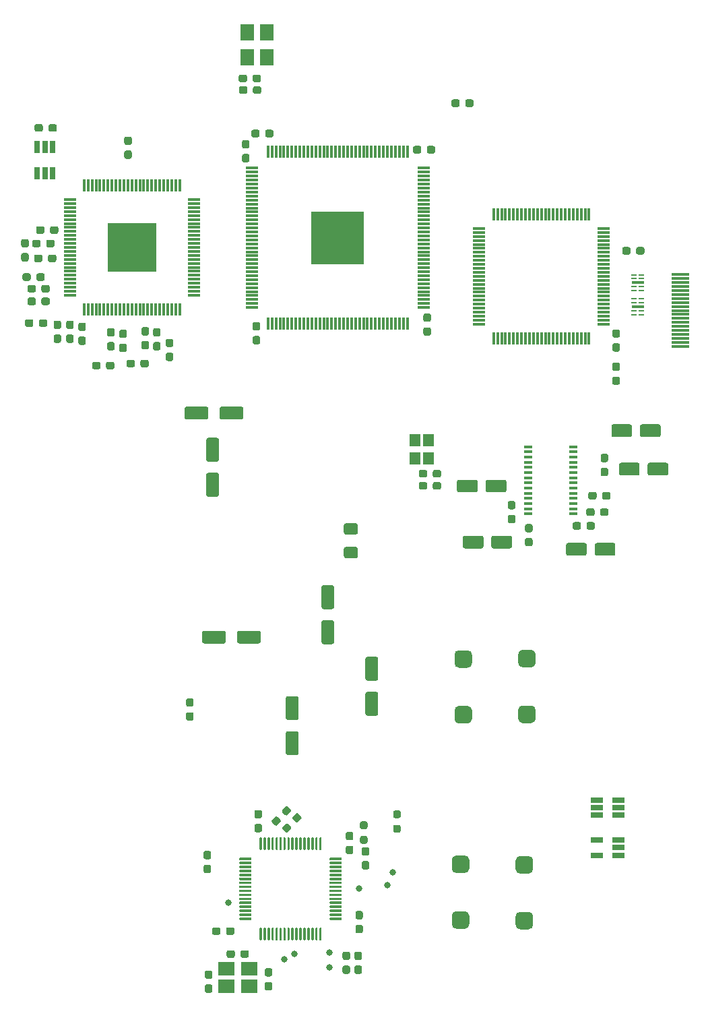
<source format=gtp>
%TF.GenerationSoftware,KiCad,Pcbnew,(5.1.9-0-10_14)*%
%TF.CreationDate,2021-06-17T03:31:47+09:00*%
%TF.ProjectId,ossc_board,6f737363-5f62-46f6-9172-642e6b696361,rev?*%
%TF.SameCoordinates,Original*%
%TF.FileFunction,Paste,Top*%
%TF.FilePolarity,Positive*%
%FSLAX46Y46*%
G04 Gerber Fmt 4.6, Leading zero omitted, Abs format (unit mm)*
G04 Created by KiCad (PCBNEW (5.1.9-0-10_14)) date 2021-06-17 03:31:47*
%MOMM*%
%LPD*%
G01*
G04 APERTURE LIST*
%ADD10C,0.800000*%
%ADD11R,0.300000X1.600000*%
%ADD12R,1.600000X0.300000*%
%ADD13R,6.200000X6.200000*%
%ADD14R,6.700000X6.700000*%
%ADD15R,1.600000X0.400000*%
%ADD16R,0.700000X0.200000*%
%ADD17R,2.200000X0.300000*%
%ADD18R,1.800000X2.100000*%
%ADD19R,1.350000X1.650000*%
%ADD20R,2.100000X1.725000*%
%ADD21R,1.100000X0.400000*%
%ADD22R,1.560000X0.650000*%
%ADD23R,0.650000X1.560000*%
G04 APERTURE END LIST*
%TO.C,R57*%
G36*
G01*
X74014158Y-145384018D02*
X73678282Y-145048142D01*
G75*
G02*
X73678282Y-144712266I167938J167938D01*
G01*
X74031836Y-144358712D01*
G75*
G02*
X74367712Y-144358712I167938J-167938D01*
G01*
X74703588Y-144694588D01*
G75*
G02*
X74703588Y-145030464I-167938J-167938D01*
G01*
X74350034Y-145384018D01*
G75*
G02*
X74014158Y-145384018I-167938J167938D01*
G01*
G37*
G36*
G01*
X72723688Y-146674488D02*
X72387812Y-146338612D01*
G75*
G02*
X72387812Y-146002736I167938J167938D01*
G01*
X72741366Y-145649182D01*
G75*
G02*
X73077242Y-145649182I167938J-167938D01*
G01*
X73413118Y-145985058D01*
G75*
G02*
X73413118Y-146320934I-167938J-167938D01*
G01*
X73059564Y-146674488D01*
G75*
G02*
X72723688Y-146674488I-167938J167938D01*
G01*
G37*
%TD*%
%TO.C,R56*%
G36*
G01*
X72693358Y-144507718D02*
X72357482Y-144171842D01*
G75*
G02*
X72357482Y-143835966I167938J167938D01*
G01*
X72711036Y-143482412D01*
G75*
G02*
X73046912Y-143482412I167938J-167938D01*
G01*
X73382788Y-143818288D01*
G75*
G02*
X73382788Y-144154164I-167938J-167938D01*
G01*
X73029234Y-144507718D01*
G75*
G02*
X72693358Y-144507718I-167938J167938D01*
G01*
G37*
G36*
G01*
X71402888Y-145798188D02*
X71067012Y-145462312D01*
G75*
G02*
X71067012Y-145126436I167938J167938D01*
G01*
X71420566Y-144772882D01*
G75*
G02*
X71756442Y-144772882I167938J-167938D01*
G01*
X72092318Y-145108758D01*
G75*
G02*
X72092318Y-145444634I-167938J-167938D01*
G01*
X71738764Y-145798188D01*
G75*
G02*
X71402888Y-145798188I-167938J167938D01*
G01*
G37*
%TD*%
%TO.C,C183*%
G36*
G01*
X64138900Y-100138000D02*
X63038900Y-100138000D01*
G75*
G02*
X62788900Y-99888000I0J250000D01*
G01*
X62788900Y-97388000D01*
G75*
G02*
X63038900Y-97138000I250000J0D01*
G01*
X64138900Y-97138000D01*
G75*
G02*
X64388900Y-97388000I0J-250000D01*
G01*
X64388900Y-99888000D01*
G75*
G02*
X64138900Y-100138000I-250000J0D01*
G01*
G37*
G36*
G01*
X64138900Y-104538000D02*
X63038900Y-104538000D01*
G75*
G02*
X62788900Y-104288000I0J250000D01*
G01*
X62788900Y-101788000D01*
G75*
G02*
X63038900Y-101538000I250000J0D01*
G01*
X64138900Y-101538000D01*
G75*
G02*
X64388900Y-101788000I0J-250000D01*
G01*
X64388900Y-104288000D01*
G75*
G02*
X64138900Y-104538000I-250000J0D01*
G01*
G37*
%TD*%
%TO.C,C182*%
G36*
G01*
X73033800Y-133999200D02*
X74133800Y-133999200D01*
G75*
G02*
X74383800Y-134249200I0J-250000D01*
G01*
X74383800Y-136749200D01*
G75*
G02*
X74133800Y-136999200I-250000J0D01*
G01*
X73033800Y-136999200D01*
G75*
G02*
X72783800Y-136749200I0J250000D01*
G01*
X72783800Y-134249200D01*
G75*
G02*
X73033800Y-133999200I250000J0D01*
G01*
G37*
G36*
G01*
X73033800Y-129599200D02*
X74133800Y-129599200D01*
G75*
G02*
X74383800Y-129849200I0J-250000D01*
G01*
X74383800Y-132349200D01*
G75*
G02*
X74133800Y-132599200I-250000J0D01*
G01*
X73033800Y-132599200D01*
G75*
G02*
X72783800Y-132349200I0J250000D01*
G01*
X72783800Y-129849200D01*
G75*
G02*
X73033800Y-129599200I250000J0D01*
G01*
G37*
%TD*%
%TO.C,C180*%
G36*
G01*
X65251100Y-121624000D02*
X65251100Y-122724000D01*
G75*
G02*
X65001100Y-122974000I-250000J0D01*
G01*
X62501100Y-122974000D01*
G75*
G02*
X62251100Y-122724000I0J250000D01*
G01*
X62251100Y-121624000D01*
G75*
G02*
X62501100Y-121374000I250000J0D01*
G01*
X65001100Y-121374000D01*
G75*
G02*
X65251100Y-121624000I0J-250000D01*
G01*
G37*
G36*
G01*
X69651100Y-121624000D02*
X69651100Y-122724000D01*
G75*
G02*
X69401100Y-122974000I-250000J0D01*
G01*
X66901100Y-122974000D01*
G75*
G02*
X66651100Y-122724000I0J250000D01*
G01*
X66651100Y-121624000D01*
G75*
G02*
X66901100Y-121374000I250000J0D01*
G01*
X69401100Y-121374000D01*
G75*
G02*
X69651100Y-121624000I0J-250000D01*
G01*
G37*
%TD*%
%TO.C,C178*%
G36*
G01*
X63054000Y-93480800D02*
X63054000Y-94580800D01*
G75*
G02*
X62804000Y-94830800I-250000J0D01*
G01*
X60304000Y-94830800D01*
G75*
G02*
X60054000Y-94580800I0J250000D01*
G01*
X60054000Y-93480800D01*
G75*
G02*
X60304000Y-93230800I250000J0D01*
G01*
X62804000Y-93230800D01*
G75*
G02*
X63054000Y-93480800I0J-250000D01*
G01*
G37*
G36*
G01*
X67454000Y-93480800D02*
X67454000Y-94580800D01*
G75*
G02*
X67204000Y-94830800I-250000J0D01*
G01*
X64704000Y-94830800D01*
G75*
G02*
X64454000Y-94580800I0J250000D01*
G01*
X64454000Y-93480800D01*
G75*
G02*
X64704000Y-93230800I250000J0D01*
G01*
X67204000Y-93230800D01*
G75*
G02*
X67454000Y-93480800I0J-250000D01*
G01*
G37*
%TD*%
%TO.C,R55*%
G36*
G01*
X82823060Y-146300640D02*
X82348060Y-146300640D01*
G75*
G02*
X82110560Y-146063140I0J237500D01*
G01*
X82110560Y-145563140D01*
G75*
G02*
X82348060Y-145325640I237500J0D01*
G01*
X82823060Y-145325640D01*
G75*
G02*
X83060560Y-145563140I0J-237500D01*
G01*
X83060560Y-146063140D01*
G75*
G02*
X82823060Y-146300640I-237500J0D01*
G01*
G37*
G36*
G01*
X82823060Y-148125640D02*
X82348060Y-148125640D01*
G75*
G02*
X82110560Y-147888140I0J237500D01*
G01*
X82110560Y-147388140D01*
G75*
G02*
X82348060Y-147150640I237500J0D01*
G01*
X82823060Y-147150640D01*
G75*
G02*
X83060560Y-147388140I0J-237500D01*
G01*
X83060560Y-147888140D01*
G75*
G02*
X82823060Y-148125640I-237500J0D01*
G01*
G37*
%TD*%
%TO.C,R54*%
G36*
G01*
X86993740Y-144913800D02*
X86518740Y-144913800D01*
G75*
G02*
X86281240Y-144676300I0J237500D01*
G01*
X86281240Y-144176300D01*
G75*
G02*
X86518740Y-143938800I237500J0D01*
G01*
X86993740Y-143938800D01*
G75*
G02*
X87231240Y-144176300I0J-237500D01*
G01*
X87231240Y-144676300D01*
G75*
G02*
X86993740Y-144913800I-237500J0D01*
G01*
G37*
G36*
G01*
X86993740Y-146738800D02*
X86518740Y-146738800D01*
G75*
G02*
X86281240Y-146501300I0J237500D01*
G01*
X86281240Y-146001300D01*
G75*
G02*
X86518740Y-145763800I237500J0D01*
G01*
X86993740Y-145763800D01*
G75*
G02*
X87231240Y-146001300I0J-237500D01*
G01*
X87231240Y-146501300D01*
G75*
G02*
X86993740Y-146738800I-237500J0D01*
G01*
G37*
%TD*%
D10*
%TO.C,J30*%
X86233000Y-151726900D03*
%TD*%
%TO.C,R52*%
G36*
G01*
X81639400Y-163430700D02*
X82114400Y-163430700D01*
G75*
G02*
X82351900Y-163668200I0J-237500D01*
G01*
X82351900Y-164243200D01*
G75*
G02*
X82114400Y-164480700I-237500J0D01*
G01*
X81639400Y-164480700D01*
G75*
G02*
X81401900Y-164243200I0J237500D01*
G01*
X81401900Y-163668200D01*
G75*
G02*
X81639400Y-163430700I237500J0D01*
G01*
G37*
G36*
G01*
X81639400Y-161680700D02*
X82114400Y-161680700D01*
G75*
G02*
X82351900Y-161918200I0J-237500D01*
G01*
X82351900Y-162493200D01*
G75*
G02*
X82114400Y-162730700I-237500J0D01*
G01*
X81639400Y-162730700D01*
G75*
G02*
X81401900Y-162493200I0J237500D01*
G01*
X81401900Y-161918200D01*
G75*
G02*
X81639400Y-161680700I237500J0D01*
G01*
G37*
%TD*%
%TO.C,R51*%
G36*
G01*
X80153500Y-163430700D02*
X80628500Y-163430700D01*
G75*
G02*
X80866000Y-163668200I0J-237500D01*
G01*
X80866000Y-164243200D01*
G75*
G02*
X80628500Y-164480700I-237500J0D01*
G01*
X80153500Y-164480700D01*
G75*
G02*
X79916000Y-164243200I0J237500D01*
G01*
X79916000Y-163668200D01*
G75*
G02*
X80153500Y-163430700I237500J0D01*
G01*
G37*
G36*
G01*
X80153500Y-161680700D02*
X80628500Y-161680700D01*
G75*
G02*
X80866000Y-161918200I0J-237500D01*
G01*
X80866000Y-162493200D01*
G75*
G02*
X80628500Y-162730700I-237500J0D01*
G01*
X80153500Y-162730700D01*
G75*
G02*
X79916000Y-162493200I0J237500D01*
G01*
X79916000Y-161918200D01*
G75*
G02*
X80153500Y-161680700I237500J0D01*
G01*
G37*
%TD*%
D11*
%TO.C,U1*%
X47435000Y-81030800D03*
X47935000Y-81030800D03*
X48435000Y-81030800D03*
X48935000Y-81030800D03*
X49435000Y-81030800D03*
X49935000Y-81030800D03*
X50435000Y-81030800D03*
X50935000Y-81030800D03*
X51435000Y-81030800D03*
X51935000Y-81030800D03*
X52435000Y-81030800D03*
X52935000Y-81030800D03*
X53435000Y-81030800D03*
X53935000Y-81030800D03*
X54435000Y-81030800D03*
X54935000Y-81030800D03*
X55435000Y-81030800D03*
X55935000Y-81030800D03*
X56435000Y-81030800D03*
X56935000Y-81030800D03*
X57435000Y-81030800D03*
X57935000Y-81030800D03*
X58435000Y-81030800D03*
X58935000Y-81030800D03*
X59435000Y-81030800D03*
D12*
X61235000Y-79230800D03*
X61235000Y-78730800D03*
X61235000Y-78230800D03*
X61235000Y-77730800D03*
X61235000Y-77230800D03*
X61235000Y-76730800D03*
X61235000Y-76230800D03*
X61235000Y-75730800D03*
X61235000Y-75230800D03*
X61235000Y-74730800D03*
X61235000Y-74230800D03*
X61235000Y-73730800D03*
X61235000Y-73230800D03*
X61235000Y-72730800D03*
X61235000Y-72230800D03*
X61235000Y-71730800D03*
X61235000Y-71230800D03*
X61235000Y-70730800D03*
X61235000Y-70230800D03*
X61235000Y-69730800D03*
X61235000Y-69230800D03*
X61235000Y-68730800D03*
X61235000Y-68230800D03*
X61235000Y-67730800D03*
X61235000Y-67230800D03*
D11*
X59435000Y-65430800D03*
X58935000Y-65430800D03*
X58435000Y-65430800D03*
X57935000Y-65430800D03*
X57435000Y-65430800D03*
X56935000Y-65430800D03*
X56435000Y-65430800D03*
X55935000Y-65430800D03*
X55435000Y-65430800D03*
X54935000Y-65430800D03*
X54435000Y-65430800D03*
X53935000Y-65430800D03*
X53435000Y-65430800D03*
X52935000Y-65430800D03*
X52435000Y-65430800D03*
X51935000Y-65430800D03*
X51435000Y-65430800D03*
X50935000Y-65430800D03*
X50435000Y-65430800D03*
X49935000Y-65430800D03*
X49435000Y-65430800D03*
X48935000Y-65430800D03*
X48435000Y-65430800D03*
X47935000Y-65430800D03*
X47435000Y-65430800D03*
D12*
X45635000Y-67230800D03*
X45635000Y-67730800D03*
X45635000Y-68230800D03*
X45635000Y-68730800D03*
X45635000Y-69230800D03*
X45635000Y-69730800D03*
X45635000Y-70230800D03*
X45635000Y-70730800D03*
X45635000Y-71230800D03*
X45635000Y-71730800D03*
X45635000Y-72230800D03*
X45635000Y-72730800D03*
X45635000Y-73230800D03*
X45635000Y-73730800D03*
X45635000Y-74230800D03*
X45635000Y-74730800D03*
X45635000Y-75230800D03*
X45635000Y-75730800D03*
X45635000Y-76230800D03*
X45635000Y-76730800D03*
X45635000Y-77230800D03*
X45635000Y-77730800D03*
X45635000Y-78230800D03*
X45635000Y-78730800D03*
X45635000Y-79230800D03*
D13*
X53435000Y-73230800D03*
%TD*%
D11*
%TO.C,U2*%
X88050000Y-61233000D03*
X87550000Y-61233000D03*
X87050000Y-61233000D03*
X86550000Y-61233000D03*
X86050000Y-61233000D03*
X85550000Y-61233000D03*
X85050000Y-61233000D03*
X84550000Y-61233000D03*
X84050000Y-61233000D03*
X83550000Y-61233000D03*
X83050000Y-61233000D03*
X82550000Y-61233000D03*
X82050000Y-61233000D03*
X81550000Y-61233000D03*
X81050000Y-61233000D03*
X80550000Y-61233000D03*
X80050000Y-61233000D03*
X79550000Y-61233000D03*
X79050000Y-61233000D03*
X78550000Y-61233000D03*
X78050000Y-61233000D03*
X77550000Y-61233000D03*
X77050000Y-61233000D03*
X76550000Y-61233000D03*
X76050000Y-61233000D03*
X75550000Y-61233000D03*
X75050000Y-61233000D03*
X74550000Y-61233000D03*
X74050000Y-61233000D03*
X73550000Y-61233000D03*
X73050000Y-61233000D03*
X72550000Y-61233000D03*
X72050000Y-61233000D03*
X71550000Y-61233000D03*
X71050000Y-61233000D03*
X70550000Y-61233000D03*
D12*
X68500000Y-63283000D03*
X68500000Y-63783000D03*
X68500000Y-64283000D03*
X68500000Y-64783000D03*
X68500000Y-65283000D03*
X68500000Y-65783000D03*
X68500000Y-66283000D03*
X68500000Y-66783000D03*
X68500000Y-67283000D03*
X68500000Y-67783000D03*
X68500000Y-68283000D03*
X68500000Y-68783000D03*
X68500000Y-69283000D03*
X68500000Y-69783000D03*
X68500000Y-70283000D03*
X68500000Y-70783000D03*
X68500000Y-71283000D03*
X68500000Y-71783000D03*
X68500000Y-72283000D03*
X68500000Y-72783000D03*
X68500000Y-73283000D03*
X68500000Y-73783000D03*
X68500000Y-74283000D03*
X68500000Y-74783000D03*
X68500000Y-75283000D03*
X68500000Y-75783000D03*
X68500000Y-76283000D03*
X68500000Y-76783000D03*
X68500000Y-77283000D03*
X68500000Y-77783000D03*
X68500000Y-78283000D03*
X68500000Y-78783000D03*
X68500000Y-79283000D03*
X68500000Y-79783000D03*
X68500000Y-80283000D03*
X68500000Y-80783000D03*
D11*
X70550000Y-82833000D03*
X71050000Y-82833000D03*
X71550000Y-82833000D03*
X72050000Y-82833000D03*
X72550000Y-82833000D03*
X73050000Y-82833000D03*
X73550000Y-82833000D03*
X74050000Y-82833000D03*
X74550000Y-82833000D03*
X75050000Y-82833000D03*
X75550000Y-82833000D03*
X76050000Y-82833000D03*
X76550000Y-82833000D03*
X77050000Y-82833000D03*
X77550000Y-82833000D03*
X78050000Y-82833000D03*
X78550000Y-82833000D03*
X79050000Y-82833000D03*
X79550000Y-82833000D03*
X80050000Y-82833000D03*
X80550000Y-82833000D03*
X81050000Y-82833000D03*
X81550000Y-82833000D03*
X82050000Y-82833000D03*
X82550000Y-82833000D03*
X83050000Y-82833000D03*
X83550000Y-82833000D03*
X84050000Y-82833000D03*
X84550000Y-82833000D03*
X85050000Y-82833000D03*
X85550000Y-82833000D03*
X86050000Y-82833000D03*
X86550000Y-82833000D03*
X87050000Y-82833000D03*
X87550000Y-82833000D03*
X88050000Y-82833000D03*
D12*
X90100000Y-80783000D03*
X90100000Y-80283000D03*
X90100000Y-79783000D03*
X90100000Y-79283000D03*
X90100000Y-78783000D03*
X90100000Y-78283000D03*
X90100000Y-77783000D03*
X90100000Y-77283000D03*
X90100000Y-76783000D03*
X90100000Y-76283000D03*
X90100000Y-75783000D03*
X90100000Y-75283000D03*
X90100000Y-74783000D03*
X90100000Y-74283000D03*
X90100000Y-73783000D03*
X90100000Y-73283000D03*
X90100000Y-72783000D03*
X90100000Y-72283000D03*
X90100000Y-71783000D03*
X90100000Y-71283000D03*
X90100000Y-70783000D03*
X90100000Y-70283000D03*
X90100000Y-69783000D03*
X90100000Y-69283000D03*
X90100000Y-68783000D03*
X90100000Y-68283000D03*
X90100000Y-67783000D03*
X90100000Y-67283000D03*
X90100000Y-66783000D03*
X90100000Y-66283000D03*
X90100000Y-65783000D03*
X90100000Y-65283000D03*
X90100000Y-64783000D03*
X90100000Y-64283000D03*
X90100000Y-63783000D03*
X90100000Y-63283000D03*
D14*
X79300000Y-72033000D03*
%TD*%
%TO.C,C176*%
G36*
G01*
X110604680Y-110605480D02*
X110604680Y-111705480D01*
G75*
G02*
X110354680Y-111955480I-250000J0D01*
G01*
X108254680Y-111955480D01*
G75*
G02*
X108004680Y-111705480I0J250000D01*
G01*
X108004680Y-110605480D01*
G75*
G02*
X108254680Y-110355480I250000J0D01*
G01*
X110354680Y-110355480D01*
G75*
G02*
X110604680Y-110605480I0J-250000D01*
G01*
G37*
G36*
G01*
X114204680Y-110605480D02*
X114204680Y-111705480D01*
G75*
G02*
X113954680Y-111955480I-250000J0D01*
G01*
X111854680Y-111955480D01*
G75*
G02*
X111604680Y-111705480I0J250000D01*
G01*
X111604680Y-110605480D01*
G75*
G02*
X111854680Y-110355480I250000J0D01*
G01*
X113954680Y-110355480D01*
G75*
G02*
X114204680Y-110605480I0J-250000D01*
G01*
G37*
%TD*%
%TO.C,R50*%
G36*
G01*
X62678300Y-150768800D02*
X63153300Y-150768800D01*
G75*
G02*
X63390800Y-151006300I0J-237500D01*
G01*
X63390800Y-151581300D01*
G75*
G02*
X63153300Y-151818800I-237500J0D01*
G01*
X62678300Y-151818800D01*
G75*
G02*
X62440800Y-151581300I0J237500D01*
G01*
X62440800Y-151006300D01*
G75*
G02*
X62678300Y-150768800I237500J0D01*
G01*
G37*
G36*
G01*
X62678300Y-149018800D02*
X63153300Y-149018800D01*
G75*
G02*
X63390800Y-149256300I0J-237500D01*
G01*
X63390800Y-149831300D01*
G75*
G02*
X63153300Y-150068800I-237500J0D01*
G01*
X62678300Y-150068800D01*
G75*
G02*
X62440800Y-149831300I0J237500D01*
G01*
X62440800Y-149256300D01*
G75*
G02*
X62678300Y-149018800I237500J0D01*
G01*
G37*
%TD*%
%TO.C,C173*%
G36*
G01*
X67950600Y-53229500D02*
X67950600Y-53704500D01*
G75*
G02*
X67713100Y-53942000I-237500J0D01*
G01*
X67138100Y-53942000D01*
G75*
G02*
X66900600Y-53704500I0J237500D01*
G01*
X66900600Y-53229500D01*
G75*
G02*
X67138100Y-52992000I237500J0D01*
G01*
X67713100Y-52992000D01*
G75*
G02*
X67950600Y-53229500I0J-237500D01*
G01*
G37*
G36*
G01*
X69700600Y-53229500D02*
X69700600Y-53704500D01*
G75*
G02*
X69463100Y-53942000I-237500J0D01*
G01*
X68888100Y-53942000D01*
G75*
G02*
X68650600Y-53704500I0J237500D01*
G01*
X68650600Y-53229500D01*
G75*
G02*
X68888100Y-52992000I237500J0D01*
G01*
X69463100Y-52992000D01*
G75*
G02*
X69700600Y-53229500I0J-237500D01*
G01*
G37*
%TD*%
%TO.C,C172*%
G36*
G01*
X69554100Y-144938000D02*
X69079100Y-144938000D01*
G75*
G02*
X68841600Y-144700500I0J237500D01*
G01*
X68841600Y-144125500D01*
G75*
G02*
X69079100Y-143888000I237500J0D01*
G01*
X69554100Y-143888000D01*
G75*
G02*
X69791600Y-144125500I0J-237500D01*
G01*
X69791600Y-144700500D01*
G75*
G02*
X69554100Y-144938000I-237500J0D01*
G01*
G37*
G36*
G01*
X69554100Y-146688000D02*
X69079100Y-146688000D01*
G75*
G02*
X68841600Y-146450500I0J237500D01*
G01*
X68841600Y-145875500D01*
G75*
G02*
X69079100Y-145638000I237500J0D01*
G01*
X69554100Y-145638000D01*
G75*
G02*
X69791600Y-145875500I0J-237500D01*
G01*
X69791600Y-146450500D01*
G75*
G02*
X69554100Y-146688000I-237500J0D01*
G01*
G37*
%TD*%
%TO.C,L4*%
G36*
G01*
X95634900Y-126022400D02*
X94534900Y-126022400D01*
G75*
G02*
X93984900Y-125472400I0J550000D01*
G01*
X93984900Y-124372400D01*
G75*
G02*
X94534900Y-123822400I550000J0D01*
G01*
X95634900Y-123822400D01*
G75*
G02*
X96184900Y-124372400I0J-550000D01*
G01*
X96184900Y-125472400D01*
G75*
G02*
X95634900Y-126022400I-550000J0D01*
G01*
G37*
G36*
G01*
X95634900Y-133022400D02*
X94534900Y-133022400D01*
G75*
G02*
X93984900Y-132472400I0J550000D01*
G01*
X93984900Y-131372400D01*
G75*
G02*
X94534900Y-130822400I550000J0D01*
G01*
X95634900Y-130822400D01*
G75*
G02*
X96184900Y-131372400I0J-550000D01*
G01*
X96184900Y-132472400D01*
G75*
G02*
X95634900Y-133022400I-550000J0D01*
G01*
G37*
%TD*%
%TO.C,L3*%
G36*
G01*
X103635900Y-125971600D02*
X102535900Y-125971600D01*
G75*
G02*
X101985900Y-125421600I0J550000D01*
G01*
X101985900Y-124321600D01*
G75*
G02*
X102535900Y-123771600I550000J0D01*
G01*
X103635900Y-123771600D01*
G75*
G02*
X104185900Y-124321600I0J-550000D01*
G01*
X104185900Y-125421600D01*
G75*
G02*
X103635900Y-125971600I-550000J0D01*
G01*
G37*
G36*
G01*
X103635900Y-132971600D02*
X102535900Y-132971600D01*
G75*
G02*
X101985900Y-132421600I0J550000D01*
G01*
X101985900Y-131321600D01*
G75*
G02*
X102535900Y-130771600I550000J0D01*
G01*
X103635900Y-130771600D01*
G75*
G02*
X104185900Y-131321600I0J-550000D01*
G01*
X104185900Y-132421600D01*
G75*
G02*
X103635900Y-132971600I-550000J0D01*
G01*
G37*
%TD*%
%TO.C,L2*%
G36*
G01*
X95292000Y-151803400D02*
X94192000Y-151803400D01*
G75*
G02*
X93642000Y-151253400I0J550000D01*
G01*
X93642000Y-150153400D01*
G75*
G02*
X94192000Y-149603400I550000J0D01*
G01*
X95292000Y-149603400D01*
G75*
G02*
X95842000Y-150153400I0J-550000D01*
G01*
X95842000Y-151253400D01*
G75*
G02*
X95292000Y-151803400I-550000J0D01*
G01*
G37*
G36*
G01*
X95292000Y-158803400D02*
X94192000Y-158803400D01*
G75*
G02*
X93642000Y-158253400I0J550000D01*
G01*
X93642000Y-157153400D01*
G75*
G02*
X94192000Y-156603400I550000J0D01*
G01*
X95292000Y-156603400D01*
G75*
G02*
X95842000Y-157153400I0J-550000D01*
G01*
X95842000Y-158253400D01*
G75*
G02*
X95292000Y-158803400I-550000J0D01*
G01*
G37*
%TD*%
%TO.C,L1*%
G36*
G01*
X103318400Y-151879600D02*
X102218400Y-151879600D01*
G75*
G02*
X101668400Y-151329600I0J550000D01*
G01*
X101668400Y-150229600D01*
G75*
G02*
X102218400Y-149679600I550000J0D01*
G01*
X103318400Y-149679600D01*
G75*
G02*
X103868400Y-150229600I0J-550000D01*
G01*
X103868400Y-151329600D01*
G75*
G02*
X103318400Y-151879600I-550000J0D01*
G01*
G37*
G36*
G01*
X103318400Y-158879600D02*
X102218400Y-158879600D01*
G75*
G02*
X101668400Y-158329600I0J550000D01*
G01*
X101668400Y-157229600D01*
G75*
G02*
X102218400Y-156679600I550000J0D01*
G01*
X103318400Y-156679600D01*
G75*
G02*
X103868400Y-157229600I0J-550000D01*
G01*
X103868400Y-158329600D01*
G75*
G02*
X103318400Y-158879600I-550000J0D01*
G01*
G37*
%TD*%
D15*
%TO.C,D6*%
X117027300Y-77668400D03*
D16*
X117477000Y-78668400D03*
X117477000Y-78168400D03*
X117477000Y-77168400D03*
X117477000Y-76668400D03*
X116577600Y-78668400D03*
X116577600Y-78168400D03*
X116577600Y-76668400D03*
X116577600Y-77168400D03*
D15*
X117027300Y-77668400D03*
%TD*%
D17*
%TO.C,J1*%
X122400000Y-85650000D03*
X122400000Y-85150000D03*
X122400000Y-84650000D03*
X122400000Y-84150000D03*
X122400000Y-83650000D03*
X122400000Y-83150000D03*
X122400000Y-82650000D03*
X122400000Y-82150000D03*
X122400000Y-81650000D03*
X122400000Y-81150000D03*
X122400000Y-80650000D03*
X122400000Y-80150000D03*
X122400000Y-79650000D03*
X122400000Y-79150000D03*
X122400000Y-78650000D03*
X122400000Y-78150000D03*
X122400000Y-77650000D03*
X122400000Y-77150000D03*
X122400000Y-76650000D03*
%TD*%
D10*
%TO.C,J23*%
X85534500Y-153327100D03*
%TD*%
%TO.C,J22*%
X81965800Y-153771600D03*
%TD*%
%TO.C,J21*%
X73850500Y-161925000D03*
%TD*%
%TO.C,J20*%
X72567800Y-162610800D03*
%TD*%
%TO.C,J19*%
X65608200Y-155549600D03*
%TD*%
%TO.C,J18*%
X78232000Y-161798000D03*
%TD*%
%TO.C,J9*%
X78232000Y-163652200D03*
%TD*%
D11*
%TO.C,U3*%
X98905800Y-84658600D03*
X99405800Y-84658600D03*
X99905800Y-84658600D03*
X100405800Y-84658600D03*
X100905800Y-84658600D03*
X101405800Y-84658600D03*
X101905800Y-84658600D03*
X102405800Y-84658600D03*
X102905800Y-84658600D03*
X103405800Y-84658600D03*
X103905800Y-84658600D03*
X104405800Y-84658600D03*
X104905800Y-84658600D03*
X105405800Y-84658600D03*
X105905800Y-84658600D03*
X106405800Y-84658600D03*
X106905800Y-84658600D03*
X107405800Y-84658600D03*
X107905800Y-84658600D03*
X108405800Y-84658600D03*
X108905800Y-84658600D03*
X109405800Y-84658600D03*
X109905800Y-84658600D03*
X110405800Y-84658600D03*
X110905800Y-84658600D03*
D12*
X112705800Y-82858600D03*
X112705800Y-82358600D03*
X112705800Y-81858600D03*
X112705800Y-81358600D03*
X112705800Y-80858600D03*
X112705800Y-80358600D03*
X112705800Y-79858600D03*
X112705800Y-79358600D03*
X112705800Y-78858600D03*
X112705800Y-78358600D03*
X112705800Y-77858600D03*
X112705800Y-77358600D03*
X112705800Y-76858600D03*
X112705800Y-76358600D03*
X112705800Y-75858600D03*
X112705800Y-75358600D03*
X112705800Y-74858600D03*
X112705800Y-74358600D03*
X112705800Y-73858600D03*
X112705800Y-73358600D03*
X112705800Y-72858600D03*
X112705800Y-72358600D03*
X112705800Y-71858600D03*
X112705800Y-71358600D03*
X112705800Y-70858600D03*
D11*
X110905800Y-69058600D03*
X110405800Y-69058600D03*
X109905800Y-69058600D03*
X109405800Y-69058600D03*
X108905800Y-69058600D03*
X108405800Y-69058600D03*
X107905800Y-69058600D03*
X107405800Y-69058600D03*
X106905800Y-69058600D03*
X106405800Y-69058600D03*
X105905800Y-69058600D03*
X105405800Y-69058600D03*
X104905800Y-69058600D03*
X104405800Y-69058600D03*
X103905800Y-69058600D03*
X103405800Y-69058600D03*
X102905800Y-69058600D03*
X102405800Y-69058600D03*
X101905800Y-69058600D03*
X101405800Y-69058600D03*
X100905800Y-69058600D03*
X100405800Y-69058600D03*
X99905800Y-69058600D03*
X99405800Y-69058600D03*
X98905800Y-69058600D03*
D12*
X97105800Y-70858600D03*
X97105800Y-71358600D03*
X97105800Y-71858600D03*
X97105800Y-72358600D03*
X97105800Y-72858600D03*
X97105800Y-73358600D03*
X97105800Y-73858600D03*
X97105800Y-74358600D03*
X97105800Y-74858600D03*
X97105800Y-75358600D03*
X97105800Y-75858600D03*
X97105800Y-76358600D03*
X97105800Y-76858600D03*
X97105800Y-77358600D03*
X97105800Y-77858600D03*
X97105800Y-78358600D03*
X97105800Y-78858600D03*
X97105800Y-79358600D03*
X97105800Y-79858600D03*
X97105800Y-80358600D03*
X97105800Y-80858600D03*
X97105800Y-81358600D03*
X97105800Y-81858600D03*
X97105800Y-82358600D03*
X97105800Y-82858600D03*
%TD*%
%TO.C,C131*%
G36*
G01*
X68612500Y-52244000D02*
X68612500Y-51769000D01*
G75*
G02*
X68850000Y-51531500I237500J0D01*
G01*
X69425000Y-51531500D01*
G75*
G02*
X69662500Y-51769000I0J-237500D01*
G01*
X69662500Y-52244000D01*
G75*
G02*
X69425000Y-52481500I-237500J0D01*
G01*
X68850000Y-52481500D01*
G75*
G02*
X68612500Y-52244000I0J237500D01*
G01*
G37*
G36*
G01*
X66862500Y-52244000D02*
X66862500Y-51769000D01*
G75*
G02*
X67100000Y-51531500I237500J0D01*
G01*
X67675000Y-51531500D01*
G75*
G02*
X67912500Y-51769000I0J-237500D01*
G01*
X67912500Y-52244000D01*
G75*
G02*
X67675000Y-52481500I-237500J0D01*
G01*
X67100000Y-52481500D01*
G75*
G02*
X66862500Y-52244000I0J237500D01*
G01*
G37*
%TD*%
D18*
%TO.C,X2*%
X70401500Y-46265500D03*
X70401500Y-49365500D03*
X67901500Y-49365500D03*
X67901500Y-46265500D03*
%TD*%
D19*
%TO.C,X3*%
X88990200Y-99702400D03*
X88990200Y-97452400D03*
X90740200Y-97452400D03*
X90740200Y-99702400D03*
%TD*%
%TO.C,R3*%
G36*
G01*
X70849500Y-164800800D02*
X70374500Y-164800800D01*
G75*
G02*
X70137000Y-164563300I0J237500D01*
G01*
X70137000Y-163988300D01*
G75*
G02*
X70374500Y-163750800I237500J0D01*
G01*
X70849500Y-163750800D01*
G75*
G02*
X71087000Y-163988300I0J-237500D01*
G01*
X71087000Y-164563300D01*
G75*
G02*
X70849500Y-164800800I-237500J0D01*
G01*
G37*
G36*
G01*
X70849500Y-166550800D02*
X70374500Y-166550800D01*
G75*
G02*
X70137000Y-166313300I0J237500D01*
G01*
X70137000Y-165738300D01*
G75*
G02*
X70374500Y-165500800I237500J0D01*
G01*
X70849500Y-165500800D01*
G75*
G02*
X71087000Y-165738300I0J-237500D01*
G01*
X71087000Y-166313300D01*
G75*
G02*
X70849500Y-166550800I-237500J0D01*
G01*
G37*
%TD*%
%TO.C,C130*%
G36*
G01*
X91256600Y-101888300D02*
X91256600Y-101413300D01*
G75*
G02*
X91494100Y-101175800I237500J0D01*
G01*
X92069100Y-101175800D01*
G75*
G02*
X92306600Y-101413300I0J-237500D01*
G01*
X92306600Y-101888300D01*
G75*
G02*
X92069100Y-102125800I-237500J0D01*
G01*
X91494100Y-102125800D01*
G75*
G02*
X91256600Y-101888300I0J237500D01*
G01*
G37*
G36*
G01*
X89506600Y-101888300D02*
X89506600Y-101413300D01*
G75*
G02*
X89744100Y-101175800I237500J0D01*
G01*
X90319100Y-101175800D01*
G75*
G02*
X90556600Y-101413300I0J-237500D01*
G01*
X90556600Y-101888300D01*
G75*
G02*
X90319100Y-102125800I-237500J0D01*
G01*
X89744100Y-102125800D01*
G75*
G02*
X89506600Y-101888300I0J237500D01*
G01*
G37*
%TD*%
%TO.C,C129*%
G36*
G01*
X91256600Y-103412300D02*
X91256600Y-102937300D01*
G75*
G02*
X91494100Y-102699800I237500J0D01*
G01*
X92069100Y-102699800D01*
G75*
G02*
X92306600Y-102937300I0J-237500D01*
G01*
X92306600Y-103412300D01*
G75*
G02*
X92069100Y-103649800I-237500J0D01*
G01*
X91494100Y-103649800D01*
G75*
G02*
X91256600Y-103412300I0J237500D01*
G01*
G37*
G36*
G01*
X89506600Y-103412300D02*
X89506600Y-102937300D01*
G75*
G02*
X89744100Y-102699800I237500J0D01*
G01*
X90319100Y-102699800D01*
G75*
G02*
X90556600Y-102937300I0J-237500D01*
G01*
X90556600Y-103412300D01*
G75*
G02*
X90319100Y-103649800I-237500J0D01*
G01*
X89744100Y-103649800D01*
G75*
G02*
X89506600Y-103412300I0J237500D01*
G01*
G37*
%TD*%
D20*
%TO.C,Y2*%
X68188500Y-166022400D03*
X65288500Y-166022400D03*
X65288500Y-163847400D03*
X68188500Y-163847400D03*
%TD*%
%TO.C,C127*%
G36*
G01*
X83041500Y-149611600D02*
X82566500Y-149611600D01*
G75*
G02*
X82329000Y-149374100I0J237500D01*
G01*
X82329000Y-148799100D01*
G75*
G02*
X82566500Y-148561600I237500J0D01*
G01*
X83041500Y-148561600D01*
G75*
G02*
X83279000Y-148799100I0J-237500D01*
G01*
X83279000Y-149374100D01*
G75*
G02*
X83041500Y-149611600I-237500J0D01*
G01*
G37*
G36*
G01*
X83041500Y-151361600D02*
X82566500Y-151361600D01*
G75*
G02*
X82329000Y-151124100I0J237500D01*
G01*
X82329000Y-150549100D01*
G75*
G02*
X82566500Y-150311600I237500J0D01*
G01*
X83041500Y-150311600D01*
G75*
G02*
X83279000Y-150549100I0J-237500D01*
G01*
X83279000Y-151124100D01*
G75*
G02*
X83041500Y-151361600I-237500J0D01*
G01*
G37*
%TD*%
%TO.C,C126*%
G36*
G01*
X81766400Y-158324000D02*
X82241400Y-158324000D01*
G75*
G02*
X82478900Y-158561500I0J-237500D01*
G01*
X82478900Y-159136500D01*
G75*
G02*
X82241400Y-159374000I-237500J0D01*
G01*
X81766400Y-159374000D01*
G75*
G02*
X81528900Y-159136500I0J237500D01*
G01*
X81528900Y-158561500D01*
G75*
G02*
X81766400Y-158324000I237500J0D01*
G01*
G37*
G36*
G01*
X81766400Y-156574000D02*
X82241400Y-156574000D01*
G75*
G02*
X82478900Y-156811500I0J-237500D01*
G01*
X82478900Y-157386500D01*
G75*
G02*
X82241400Y-157624000I-237500J0D01*
G01*
X81766400Y-157624000D01*
G75*
G02*
X81528900Y-157386500I0J237500D01*
G01*
X81528900Y-156811500D01*
G75*
G02*
X81766400Y-156574000I237500J0D01*
G01*
G37*
%TD*%
%TO.C,C125*%
G36*
G01*
X63318400Y-165092900D02*
X62843400Y-165092900D01*
G75*
G02*
X62605900Y-164855400I0J237500D01*
G01*
X62605900Y-164280400D01*
G75*
G02*
X62843400Y-164042900I237500J0D01*
G01*
X63318400Y-164042900D01*
G75*
G02*
X63555900Y-164280400I0J-237500D01*
G01*
X63555900Y-164855400D01*
G75*
G02*
X63318400Y-165092900I-237500J0D01*
G01*
G37*
G36*
G01*
X63318400Y-166842900D02*
X62843400Y-166842900D01*
G75*
G02*
X62605900Y-166605400I0J237500D01*
G01*
X62605900Y-166030400D01*
G75*
G02*
X62843400Y-165792900I237500J0D01*
G01*
X63318400Y-165792900D01*
G75*
G02*
X63555900Y-166030400I0J-237500D01*
G01*
X63555900Y-166605400D01*
G75*
G02*
X63318400Y-166842900I-237500J0D01*
G01*
G37*
%TD*%
%TO.C,C124*%
G36*
G01*
X66388500Y-161738300D02*
X66388500Y-162213300D01*
G75*
G02*
X66151000Y-162450800I-237500J0D01*
G01*
X65576000Y-162450800D01*
G75*
G02*
X65338500Y-162213300I0J237500D01*
G01*
X65338500Y-161738300D01*
G75*
G02*
X65576000Y-161500800I237500J0D01*
G01*
X66151000Y-161500800D01*
G75*
G02*
X66388500Y-161738300I0J-237500D01*
G01*
G37*
G36*
G01*
X68138500Y-161738300D02*
X68138500Y-162213300D01*
G75*
G02*
X67901000Y-162450800I-237500J0D01*
G01*
X67326000Y-162450800D01*
G75*
G02*
X67088500Y-162213300I0J237500D01*
G01*
X67088500Y-161738300D01*
G75*
G02*
X67326000Y-161500800I237500J0D01*
G01*
X67901000Y-161500800D01*
G75*
G02*
X68138500Y-161738300I0J-237500D01*
G01*
G37*
%TD*%
%TO.C,U24*%
G36*
G01*
X68405600Y-157697000D02*
X67005600Y-157697000D01*
G75*
G02*
X66930600Y-157622000I0J75000D01*
G01*
X66930600Y-157472000D01*
G75*
G02*
X67005600Y-157397000I75000J0D01*
G01*
X68405600Y-157397000D01*
G75*
G02*
X68480600Y-157472000I0J-75000D01*
G01*
X68480600Y-157622000D01*
G75*
G02*
X68405600Y-157697000I-75000J0D01*
G01*
G37*
G36*
G01*
X68405600Y-157197000D02*
X67005600Y-157197000D01*
G75*
G02*
X66930600Y-157122000I0J75000D01*
G01*
X66930600Y-156972000D01*
G75*
G02*
X67005600Y-156897000I75000J0D01*
G01*
X68405600Y-156897000D01*
G75*
G02*
X68480600Y-156972000I0J-75000D01*
G01*
X68480600Y-157122000D01*
G75*
G02*
X68405600Y-157197000I-75000J0D01*
G01*
G37*
G36*
G01*
X68405600Y-156697000D02*
X67005600Y-156697000D01*
G75*
G02*
X66930600Y-156622000I0J75000D01*
G01*
X66930600Y-156472000D01*
G75*
G02*
X67005600Y-156397000I75000J0D01*
G01*
X68405600Y-156397000D01*
G75*
G02*
X68480600Y-156472000I0J-75000D01*
G01*
X68480600Y-156622000D01*
G75*
G02*
X68405600Y-156697000I-75000J0D01*
G01*
G37*
G36*
G01*
X68405600Y-156197000D02*
X67005600Y-156197000D01*
G75*
G02*
X66930600Y-156122000I0J75000D01*
G01*
X66930600Y-155972000D01*
G75*
G02*
X67005600Y-155897000I75000J0D01*
G01*
X68405600Y-155897000D01*
G75*
G02*
X68480600Y-155972000I0J-75000D01*
G01*
X68480600Y-156122000D01*
G75*
G02*
X68405600Y-156197000I-75000J0D01*
G01*
G37*
G36*
G01*
X68405600Y-155697000D02*
X67005600Y-155697000D01*
G75*
G02*
X66930600Y-155622000I0J75000D01*
G01*
X66930600Y-155472000D01*
G75*
G02*
X67005600Y-155397000I75000J0D01*
G01*
X68405600Y-155397000D01*
G75*
G02*
X68480600Y-155472000I0J-75000D01*
G01*
X68480600Y-155622000D01*
G75*
G02*
X68405600Y-155697000I-75000J0D01*
G01*
G37*
G36*
G01*
X68405600Y-155197000D02*
X67005600Y-155197000D01*
G75*
G02*
X66930600Y-155122000I0J75000D01*
G01*
X66930600Y-154972000D01*
G75*
G02*
X67005600Y-154897000I75000J0D01*
G01*
X68405600Y-154897000D01*
G75*
G02*
X68480600Y-154972000I0J-75000D01*
G01*
X68480600Y-155122000D01*
G75*
G02*
X68405600Y-155197000I-75000J0D01*
G01*
G37*
G36*
G01*
X68405600Y-154697000D02*
X67005600Y-154697000D01*
G75*
G02*
X66930600Y-154622000I0J75000D01*
G01*
X66930600Y-154472000D01*
G75*
G02*
X67005600Y-154397000I75000J0D01*
G01*
X68405600Y-154397000D01*
G75*
G02*
X68480600Y-154472000I0J-75000D01*
G01*
X68480600Y-154622000D01*
G75*
G02*
X68405600Y-154697000I-75000J0D01*
G01*
G37*
G36*
G01*
X68405600Y-154197000D02*
X67005600Y-154197000D01*
G75*
G02*
X66930600Y-154122000I0J75000D01*
G01*
X66930600Y-153972000D01*
G75*
G02*
X67005600Y-153897000I75000J0D01*
G01*
X68405600Y-153897000D01*
G75*
G02*
X68480600Y-153972000I0J-75000D01*
G01*
X68480600Y-154122000D01*
G75*
G02*
X68405600Y-154197000I-75000J0D01*
G01*
G37*
G36*
G01*
X68405600Y-153697000D02*
X67005600Y-153697000D01*
G75*
G02*
X66930600Y-153622000I0J75000D01*
G01*
X66930600Y-153472000D01*
G75*
G02*
X67005600Y-153397000I75000J0D01*
G01*
X68405600Y-153397000D01*
G75*
G02*
X68480600Y-153472000I0J-75000D01*
G01*
X68480600Y-153622000D01*
G75*
G02*
X68405600Y-153697000I-75000J0D01*
G01*
G37*
G36*
G01*
X68405600Y-153197000D02*
X67005600Y-153197000D01*
G75*
G02*
X66930600Y-153122000I0J75000D01*
G01*
X66930600Y-152972000D01*
G75*
G02*
X67005600Y-152897000I75000J0D01*
G01*
X68405600Y-152897000D01*
G75*
G02*
X68480600Y-152972000I0J-75000D01*
G01*
X68480600Y-153122000D01*
G75*
G02*
X68405600Y-153197000I-75000J0D01*
G01*
G37*
G36*
G01*
X68405600Y-152697000D02*
X67005600Y-152697000D01*
G75*
G02*
X66930600Y-152622000I0J75000D01*
G01*
X66930600Y-152472000D01*
G75*
G02*
X67005600Y-152397000I75000J0D01*
G01*
X68405600Y-152397000D01*
G75*
G02*
X68480600Y-152472000I0J-75000D01*
G01*
X68480600Y-152622000D01*
G75*
G02*
X68405600Y-152697000I-75000J0D01*
G01*
G37*
G36*
G01*
X68405600Y-152197000D02*
X67005600Y-152197000D01*
G75*
G02*
X66930600Y-152122000I0J75000D01*
G01*
X66930600Y-151972000D01*
G75*
G02*
X67005600Y-151897000I75000J0D01*
G01*
X68405600Y-151897000D01*
G75*
G02*
X68480600Y-151972000I0J-75000D01*
G01*
X68480600Y-152122000D01*
G75*
G02*
X68405600Y-152197000I-75000J0D01*
G01*
G37*
G36*
G01*
X68405600Y-151697000D02*
X67005600Y-151697000D01*
G75*
G02*
X66930600Y-151622000I0J75000D01*
G01*
X66930600Y-151472000D01*
G75*
G02*
X67005600Y-151397000I75000J0D01*
G01*
X68405600Y-151397000D01*
G75*
G02*
X68480600Y-151472000I0J-75000D01*
G01*
X68480600Y-151622000D01*
G75*
G02*
X68405600Y-151697000I-75000J0D01*
G01*
G37*
G36*
G01*
X68405600Y-151197000D02*
X67005600Y-151197000D01*
G75*
G02*
X66930600Y-151122000I0J75000D01*
G01*
X66930600Y-150972000D01*
G75*
G02*
X67005600Y-150897000I75000J0D01*
G01*
X68405600Y-150897000D01*
G75*
G02*
X68480600Y-150972000I0J-75000D01*
G01*
X68480600Y-151122000D01*
G75*
G02*
X68405600Y-151197000I-75000J0D01*
G01*
G37*
G36*
G01*
X68405600Y-150697000D02*
X67005600Y-150697000D01*
G75*
G02*
X66930600Y-150622000I0J75000D01*
G01*
X66930600Y-150472000D01*
G75*
G02*
X67005600Y-150397000I75000J0D01*
G01*
X68405600Y-150397000D01*
G75*
G02*
X68480600Y-150472000I0J-75000D01*
G01*
X68480600Y-150622000D01*
G75*
G02*
X68405600Y-150697000I-75000J0D01*
G01*
G37*
G36*
G01*
X68405600Y-150197000D02*
X67005600Y-150197000D01*
G75*
G02*
X66930600Y-150122000I0J75000D01*
G01*
X66930600Y-149972000D01*
G75*
G02*
X67005600Y-149897000I75000J0D01*
G01*
X68405600Y-149897000D01*
G75*
G02*
X68480600Y-149972000I0J-75000D01*
G01*
X68480600Y-150122000D01*
G75*
G02*
X68405600Y-150197000I-75000J0D01*
G01*
G37*
G36*
G01*
X69705600Y-148897000D02*
X69555600Y-148897000D01*
G75*
G02*
X69480600Y-148822000I0J75000D01*
G01*
X69480600Y-147422000D01*
G75*
G02*
X69555600Y-147347000I75000J0D01*
G01*
X69705600Y-147347000D01*
G75*
G02*
X69780600Y-147422000I0J-75000D01*
G01*
X69780600Y-148822000D01*
G75*
G02*
X69705600Y-148897000I-75000J0D01*
G01*
G37*
G36*
G01*
X70205600Y-148897000D02*
X70055600Y-148897000D01*
G75*
G02*
X69980600Y-148822000I0J75000D01*
G01*
X69980600Y-147422000D01*
G75*
G02*
X70055600Y-147347000I75000J0D01*
G01*
X70205600Y-147347000D01*
G75*
G02*
X70280600Y-147422000I0J-75000D01*
G01*
X70280600Y-148822000D01*
G75*
G02*
X70205600Y-148897000I-75000J0D01*
G01*
G37*
G36*
G01*
X70705600Y-148897000D02*
X70555600Y-148897000D01*
G75*
G02*
X70480600Y-148822000I0J75000D01*
G01*
X70480600Y-147422000D01*
G75*
G02*
X70555600Y-147347000I75000J0D01*
G01*
X70705600Y-147347000D01*
G75*
G02*
X70780600Y-147422000I0J-75000D01*
G01*
X70780600Y-148822000D01*
G75*
G02*
X70705600Y-148897000I-75000J0D01*
G01*
G37*
G36*
G01*
X71205600Y-148897000D02*
X71055600Y-148897000D01*
G75*
G02*
X70980600Y-148822000I0J75000D01*
G01*
X70980600Y-147422000D01*
G75*
G02*
X71055600Y-147347000I75000J0D01*
G01*
X71205600Y-147347000D01*
G75*
G02*
X71280600Y-147422000I0J-75000D01*
G01*
X71280600Y-148822000D01*
G75*
G02*
X71205600Y-148897000I-75000J0D01*
G01*
G37*
G36*
G01*
X71705600Y-148897000D02*
X71555600Y-148897000D01*
G75*
G02*
X71480600Y-148822000I0J75000D01*
G01*
X71480600Y-147422000D01*
G75*
G02*
X71555600Y-147347000I75000J0D01*
G01*
X71705600Y-147347000D01*
G75*
G02*
X71780600Y-147422000I0J-75000D01*
G01*
X71780600Y-148822000D01*
G75*
G02*
X71705600Y-148897000I-75000J0D01*
G01*
G37*
G36*
G01*
X72205600Y-148897000D02*
X72055600Y-148897000D01*
G75*
G02*
X71980600Y-148822000I0J75000D01*
G01*
X71980600Y-147422000D01*
G75*
G02*
X72055600Y-147347000I75000J0D01*
G01*
X72205600Y-147347000D01*
G75*
G02*
X72280600Y-147422000I0J-75000D01*
G01*
X72280600Y-148822000D01*
G75*
G02*
X72205600Y-148897000I-75000J0D01*
G01*
G37*
G36*
G01*
X72705600Y-148897000D02*
X72555600Y-148897000D01*
G75*
G02*
X72480600Y-148822000I0J75000D01*
G01*
X72480600Y-147422000D01*
G75*
G02*
X72555600Y-147347000I75000J0D01*
G01*
X72705600Y-147347000D01*
G75*
G02*
X72780600Y-147422000I0J-75000D01*
G01*
X72780600Y-148822000D01*
G75*
G02*
X72705600Y-148897000I-75000J0D01*
G01*
G37*
G36*
G01*
X73205600Y-148897000D02*
X73055600Y-148897000D01*
G75*
G02*
X72980600Y-148822000I0J75000D01*
G01*
X72980600Y-147422000D01*
G75*
G02*
X73055600Y-147347000I75000J0D01*
G01*
X73205600Y-147347000D01*
G75*
G02*
X73280600Y-147422000I0J-75000D01*
G01*
X73280600Y-148822000D01*
G75*
G02*
X73205600Y-148897000I-75000J0D01*
G01*
G37*
G36*
G01*
X73705600Y-148897000D02*
X73555600Y-148897000D01*
G75*
G02*
X73480600Y-148822000I0J75000D01*
G01*
X73480600Y-147422000D01*
G75*
G02*
X73555600Y-147347000I75000J0D01*
G01*
X73705600Y-147347000D01*
G75*
G02*
X73780600Y-147422000I0J-75000D01*
G01*
X73780600Y-148822000D01*
G75*
G02*
X73705600Y-148897000I-75000J0D01*
G01*
G37*
G36*
G01*
X74205600Y-148897000D02*
X74055600Y-148897000D01*
G75*
G02*
X73980600Y-148822000I0J75000D01*
G01*
X73980600Y-147422000D01*
G75*
G02*
X74055600Y-147347000I75000J0D01*
G01*
X74205600Y-147347000D01*
G75*
G02*
X74280600Y-147422000I0J-75000D01*
G01*
X74280600Y-148822000D01*
G75*
G02*
X74205600Y-148897000I-75000J0D01*
G01*
G37*
G36*
G01*
X74705600Y-148897000D02*
X74555600Y-148897000D01*
G75*
G02*
X74480600Y-148822000I0J75000D01*
G01*
X74480600Y-147422000D01*
G75*
G02*
X74555600Y-147347000I75000J0D01*
G01*
X74705600Y-147347000D01*
G75*
G02*
X74780600Y-147422000I0J-75000D01*
G01*
X74780600Y-148822000D01*
G75*
G02*
X74705600Y-148897000I-75000J0D01*
G01*
G37*
G36*
G01*
X75205600Y-148897000D02*
X75055600Y-148897000D01*
G75*
G02*
X74980600Y-148822000I0J75000D01*
G01*
X74980600Y-147422000D01*
G75*
G02*
X75055600Y-147347000I75000J0D01*
G01*
X75205600Y-147347000D01*
G75*
G02*
X75280600Y-147422000I0J-75000D01*
G01*
X75280600Y-148822000D01*
G75*
G02*
X75205600Y-148897000I-75000J0D01*
G01*
G37*
G36*
G01*
X75705600Y-148897000D02*
X75555600Y-148897000D01*
G75*
G02*
X75480600Y-148822000I0J75000D01*
G01*
X75480600Y-147422000D01*
G75*
G02*
X75555600Y-147347000I75000J0D01*
G01*
X75705600Y-147347000D01*
G75*
G02*
X75780600Y-147422000I0J-75000D01*
G01*
X75780600Y-148822000D01*
G75*
G02*
X75705600Y-148897000I-75000J0D01*
G01*
G37*
G36*
G01*
X76205600Y-148897000D02*
X76055600Y-148897000D01*
G75*
G02*
X75980600Y-148822000I0J75000D01*
G01*
X75980600Y-147422000D01*
G75*
G02*
X76055600Y-147347000I75000J0D01*
G01*
X76205600Y-147347000D01*
G75*
G02*
X76280600Y-147422000I0J-75000D01*
G01*
X76280600Y-148822000D01*
G75*
G02*
X76205600Y-148897000I-75000J0D01*
G01*
G37*
G36*
G01*
X76705600Y-148897000D02*
X76555600Y-148897000D01*
G75*
G02*
X76480600Y-148822000I0J75000D01*
G01*
X76480600Y-147422000D01*
G75*
G02*
X76555600Y-147347000I75000J0D01*
G01*
X76705600Y-147347000D01*
G75*
G02*
X76780600Y-147422000I0J-75000D01*
G01*
X76780600Y-148822000D01*
G75*
G02*
X76705600Y-148897000I-75000J0D01*
G01*
G37*
G36*
G01*
X77205600Y-148897000D02*
X77055600Y-148897000D01*
G75*
G02*
X76980600Y-148822000I0J75000D01*
G01*
X76980600Y-147422000D01*
G75*
G02*
X77055600Y-147347000I75000J0D01*
G01*
X77205600Y-147347000D01*
G75*
G02*
X77280600Y-147422000I0J-75000D01*
G01*
X77280600Y-148822000D01*
G75*
G02*
X77205600Y-148897000I-75000J0D01*
G01*
G37*
G36*
G01*
X79755600Y-150197000D02*
X78355600Y-150197000D01*
G75*
G02*
X78280600Y-150122000I0J75000D01*
G01*
X78280600Y-149972000D01*
G75*
G02*
X78355600Y-149897000I75000J0D01*
G01*
X79755600Y-149897000D01*
G75*
G02*
X79830600Y-149972000I0J-75000D01*
G01*
X79830600Y-150122000D01*
G75*
G02*
X79755600Y-150197000I-75000J0D01*
G01*
G37*
G36*
G01*
X79755600Y-150697000D02*
X78355600Y-150697000D01*
G75*
G02*
X78280600Y-150622000I0J75000D01*
G01*
X78280600Y-150472000D01*
G75*
G02*
X78355600Y-150397000I75000J0D01*
G01*
X79755600Y-150397000D01*
G75*
G02*
X79830600Y-150472000I0J-75000D01*
G01*
X79830600Y-150622000D01*
G75*
G02*
X79755600Y-150697000I-75000J0D01*
G01*
G37*
G36*
G01*
X79755600Y-151197000D02*
X78355600Y-151197000D01*
G75*
G02*
X78280600Y-151122000I0J75000D01*
G01*
X78280600Y-150972000D01*
G75*
G02*
X78355600Y-150897000I75000J0D01*
G01*
X79755600Y-150897000D01*
G75*
G02*
X79830600Y-150972000I0J-75000D01*
G01*
X79830600Y-151122000D01*
G75*
G02*
X79755600Y-151197000I-75000J0D01*
G01*
G37*
G36*
G01*
X79755600Y-151697000D02*
X78355600Y-151697000D01*
G75*
G02*
X78280600Y-151622000I0J75000D01*
G01*
X78280600Y-151472000D01*
G75*
G02*
X78355600Y-151397000I75000J0D01*
G01*
X79755600Y-151397000D01*
G75*
G02*
X79830600Y-151472000I0J-75000D01*
G01*
X79830600Y-151622000D01*
G75*
G02*
X79755600Y-151697000I-75000J0D01*
G01*
G37*
G36*
G01*
X79755600Y-152197000D02*
X78355600Y-152197000D01*
G75*
G02*
X78280600Y-152122000I0J75000D01*
G01*
X78280600Y-151972000D01*
G75*
G02*
X78355600Y-151897000I75000J0D01*
G01*
X79755600Y-151897000D01*
G75*
G02*
X79830600Y-151972000I0J-75000D01*
G01*
X79830600Y-152122000D01*
G75*
G02*
X79755600Y-152197000I-75000J0D01*
G01*
G37*
G36*
G01*
X79755600Y-152697000D02*
X78355600Y-152697000D01*
G75*
G02*
X78280600Y-152622000I0J75000D01*
G01*
X78280600Y-152472000D01*
G75*
G02*
X78355600Y-152397000I75000J0D01*
G01*
X79755600Y-152397000D01*
G75*
G02*
X79830600Y-152472000I0J-75000D01*
G01*
X79830600Y-152622000D01*
G75*
G02*
X79755600Y-152697000I-75000J0D01*
G01*
G37*
G36*
G01*
X79755600Y-153197000D02*
X78355600Y-153197000D01*
G75*
G02*
X78280600Y-153122000I0J75000D01*
G01*
X78280600Y-152972000D01*
G75*
G02*
X78355600Y-152897000I75000J0D01*
G01*
X79755600Y-152897000D01*
G75*
G02*
X79830600Y-152972000I0J-75000D01*
G01*
X79830600Y-153122000D01*
G75*
G02*
X79755600Y-153197000I-75000J0D01*
G01*
G37*
G36*
G01*
X79755600Y-153697000D02*
X78355600Y-153697000D01*
G75*
G02*
X78280600Y-153622000I0J75000D01*
G01*
X78280600Y-153472000D01*
G75*
G02*
X78355600Y-153397000I75000J0D01*
G01*
X79755600Y-153397000D01*
G75*
G02*
X79830600Y-153472000I0J-75000D01*
G01*
X79830600Y-153622000D01*
G75*
G02*
X79755600Y-153697000I-75000J0D01*
G01*
G37*
G36*
G01*
X79755600Y-154197000D02*
X78355600Y-154197000D01*
G75*
G02*
X78280600Y-154122000I0J75000D01*
G01*
X78280600Y-153972000D01*
G75*
G02*
X78355600Y-153897000I75000J0D01*
G01*
X79755600Y-153897000D01*
G75*
G02*
X79830600Y-153972000I0J-75000D01*
G01*
X79830600Y-154122000D01*
G75*
G02*
X79755600Y-154197000I-75000J0D01*
G01*
G37*
G36*
G01*
X79755600Y-154697000D02*
X78355600Y-154697000D01*
G75*
G02*
X78280600Y-154622000I0J75000D01*
G01*
X78280600Y-154472000D01*
G75*
G02*
X78355600Y-154397000I75000J0D01*
G01*
X79755600Y-154397000D01*
G75*
G02*
X79830600Y-154472000I0J-75000D01*
G01*
X79830600Y-154622000D01*
G75*
G02*
X79755600Y-154697000I-75000J0D01*
G01*
G37*
G36*
G01*
X79755600Y-155197000D02*
X78355600Y-155197000D01*
G75*
G02*
X78280600Y-155122000I0J75000D01*
G01*
X78280600Y-154972000D01*
G75*
G02*
X78355600Y-154897000I75000J0D01*
G01*
X79755600Y-154897000D01*
G75*
G02*
X79830600Y-154972000I0J-75000D01*
G01*
X79830600Y-155122000D01*
G75*
G02*
X79755600Y-155197000I-75000J0D01*
G01*
G37*
G36*
G01*
X79755600Y-155697000D02*
X78355600Y-155697000D01*
G75*
G02*
X78280600Y-155622000I0J75000D01*
G01*
X78280600Y-155472000D01*
G75*
G02*
X78355600Y-155397000I75000J0D01*
G01*
X79755600Y-155397000D01*
G75*
G02*
X79830600Y-155472000I0J-75000D01*
G01*
X79830600Y-155622000D01*
G75*
G02*
X79755600Y-155697000I-75000J0D01*
G01*
G37*
G36*
G01*
X79755600Y-156197000D02*
X78355600Y-156197000D01*
G75*
G02*
X78280600Y-156122000I0J75000D01*
G01*
X78280600Y-155972000D01*
G75*
G02*
X78355600Y-155897000I75000J0D01*
G01*
X79755600Y-155897000D01*
G75*
G02*
X79830600Y-155972000I0J-75000D01*
G01*
X79830600Y-156122000D01*
G75*
G02*
X79755600Y-156197000I-75000J0D01*
G01*
G37*
G36*
G01*
X79755600Y-156697000D02*
X78355600Y-156697000D01*
G75*
G02*
X78280600Y-156622000I0J75000D01*
G01*
X78280600Y-156472000D01*
G75*
G02*
X78355600Y-156397000I75000J0D01*
G01*
X79755600Y-156397000D01*
G75*
G02*
X79830600Y-156472000I0J-75000D01*
G01*
X79830600Y-156622000D01*
G75*
G02*
X79755600Y-156697000I-75000J0D01*
G01*
G37*
G36*
G01*
X79755600Y-157197000D02*
X78355600Y-157197000D01*
G75*
G02*
X78280600Y-157122000I0J75000D01*
G01*
X78280600Y-156972000D01*
G75*
G02*
X78355600Y-156897000I75000J0D01*
G01*
X79755600Y-156897000D01*
G75*
G02*
X79830600Y-156972000I0J-75000D01*
G01*
X79830600Y-157122000D01*
G75*
G02*
X79755600Y-157197000I-75000J0D01*
G01*
G37*
G36*
G01*
X79755600Y-157697000D02*
X78355600Y-157697000D01*
G75*
G02*
X78280600Y-157622000I0J75000D01*
G01*
X78280600Y-157472000D01*
G75*
G02*
X78355600Y-157397000I75000J0D01*
G01*
X79755600Y-157397000D01*
G75*
G02*
X79830600Y-157472000I0J-75000D01*
G01*
X79830600Y-157622000D01*
G75*
G02*
X79755600Y-157697000I-75000J0D01*
G01*
G37*
G36*
G01*
X77205600Y-160247000D02*
X77055600Y-160247000D01*
G75*
G02*
X76980600Y-160172000I0J75000D01*
G01*
X76980600Y-158772000D01*
G75*
G02*
X77055600Y-158697000I75000J0D01*
G01*
X77205600Y-158697000D01*
G75*
G02*
X77280600Y-158772000I0J-75000D01*
G01*
X77280600Y-160172000D01*
G75*
G02*
X77205600Y-160247000I-75000J0D01*
G01*
G37*
G36*
G01*
X76705600Y-160247000D02*
X76555600Y-160247000D01*
G75*
G02*
X76480600Y-160172000I0J75000D01*
G01*
X76480600Y-158772000D01*
G75*
G02*
X76555600Y-158697000I75000J0D01*
G01*
X76705600Y-158697000D01*
G75*
G02*
X76780600Y-158772000I0J-75000D01*
G01*
X76780600Y-160172000D01*
G75*
G02*
X76705600Y-160247000I-75000J0D01*
G01*
G37*
G36*
G01*
X76205600Y-160247000D02*
X76055600Y-160247000D01*
G75*
G02*
X75980600Y-160172000I0J75000D01*
G01*
X75980600Y-158772000D01*
G75*
G02*
X76055600Y-158697000I75000J0D01*
G01*
X76205600Y-158697000D01*
G75*
G02*
X76280600Y-158772000I0J-75000D01*
G01*
X76280600Y-160172000D01*
G75*
G02*
X76205600Y-160247000I-75000J0D01*
G01*
G37*
G36*
G01*
X75705600Y-160247000D02*
X75555600Y-160247000D01*
G75*
G02*
X75480600Y-160172000I0J75000D01*
G01*
X75480600Y-158772000D01*
G75*
G02*
X75555600Y-158697000I75000J0D01*
G01*
X75705600Y-158697000D01*
G75*
G02*
X75780600Y-158772000I0J-75000D01*
G01*
X75780600Y-160172000D01*
G75*
G02*
X75705600Y-160247000I-75000J0D01*
G01*
G37*
G36*
G01*
X75205600Y-160247000D02*
X75055600Y-160247000D01*
G75*
G02*
X74980600Y-160172000I0J75000D01*
G01*
X74980600Y-158772000D01*
G75*
G02*
X75055600Y-158697000I75000J0D01*
G01*
X75205600Y-158697000D01*
G75*
G02*
X75280600Y-158772000I0J-75000D01*
G01*
X75280600Y-160172000D01*
G75*
G02*
X75205600Y-160247000I-75000J0D01*
G01*
G37*
G36*
G01*
X74705600Y-160247000D02*
X74555600Y-160247000D01*
G75*
G02*
X74480600Y-160172000I0J75000D01*
G01*
X74480600Y-158772000D01*
G75*
G02*
X74555600Y-158697000I75000J0D01*
G01*
X74705600Y-158697000D01*
G75*
G02*
X74780600Y-158772000I0J-75000D01*
G01*
X74780600Y-160172000D01*
G75*
G02*
X74705600Y-160247000I-75000J0D01*
G01*
G37*
G36*
G01*
X74205600Y-160247000D02*
X74055600Y-160247000D01*
G75*
G02*
X73980600Y-160172000I0J75000D01*
G01*
X73980600Y-158772000D01*
G75*
G02*
X74055600Y-158697000I75000J0D01*
G01*
X74205600Y-158697000D01*
G75*
G02*
X74280600Y-158772000I0J-75000D01*
G01*
X74280600Y-160172000D01*
G75*
G02*
X74205600Y-160247000I-75000J0D01*
G01*
G37*
G36*
G01*
X73705600Y-160247000D02*
X73555600Y-160247000D01*
G75*
G02*
X73480600Y-160172000I0J75000D01*
G01*
X73480600Y-158772000D01*
G75*
G02*
X73555600Y-158697000I75000J0D01*
G01*
X73705600Y-158697000D01*
G75*
G02*
X73780600Y-158772000I0J-75000D01*
G01*
X73780600Y-160172000D01*
G75*
G02*
X73705600Y-160247000I-75000J0D01*
G01*
G37*
G36*
G01*
X73205600Y-160247000D02*
X73055600Y-160247000D01*
G75*
G02*
X72980600Y-160172000I0J75000D01*
G01*
X72980600Y-158772000D01*
G75*
G02*
X73055600Y-158697000I75000J0D01*
G01*
X73205600Y-158697000D01*
G75*
G02*
X73280600Y-158772000I0J-75000D01*
G01*
X73280600Y-160172000D01*
G75*
G02*
X73205600Y-160247000I-75000J0D01*
G01*
G37*
G36*
G01*
X72705600Y-160247000D02*
X72555600Y-160247000D01*
G75*
G02*
X72480600Y-160172000I0J75000D01*
G01*
X72480600Y-158772000D01*
G75*
G02*
X72555600Y-158697000I75000J0D01*
G01*
X72705600Y-158697000D01*
G75*
G02*
X72780600Y-158772000I0J-75000D01*
G01*
X72780600Y-160172000D01*
G75*
G02*
X72705600Y-160247000I-75000J0D01*
G01*
G37*
G36*
G01*
X72205600Y-160247000D02*
X72055600Y-160247000D01*
G75*
G02*
X71980600Y-160172000I0J75000D01*
G01*
X71980600Y-158772000D01*
G75*
G02*
X72055600Y-158697000I75000J0D01*
G01*
X72205600Y-158697000D01*
G75*
G02*
X72280600Y-158772000I0J-75000D01*
G01*
X72280600Y-160172000D01*
G75*
G02*
X72205600Y-160247000I-75000J0D01*
G01*
G37*
G36*
G01*
X71705600Y-160247000D02*
X71555600Y-160247000D01*
G75*
G02*
X71480600Y-160172000I0J75000D01*
G01*
X71480600Y-158772000D01*
G75*
G02*
X71555600Y-158697000I75000J0D01*
G01*
X71705600Y-158697000D01*
G75*
G02*
X71780600Y-158772000I0J-75000D01*
G01*
X71780600Y-160172000D01*
G75*
G02*
X71705600Y-160247000I-75000J0D01*
G01*
G37*
G36*
G01*
X71205600Y-160247000D02*
X71055600Y-160247000D01*
G75*
G02*
X70980600Y-160172000I0J75000D01*
G01*
X70980600Y-158772000D01*
G75*
G02*
X71055600Y-158697000I75000J0D01*
G01*
X71205600Y-158697000D01*
G75*
G02*
X71280600Y-158772000I0J-75000D01*
G01*
X71280600Y-160172000D01*
G75*
G02*
X71205600Y-160247000I-75000J0D01*
G01*
G37*
G36*
G01*
X70705600Y-160247000D02*
X70555600Y-160247000D01*
G75*
G02*
X70480600Y-160172000I0J75000D01*
G01*
X70480600Y-158772000D01*
G75*
G02*
X70555600Y-158697000I75000J0D01*
G01*
X70705600Y-158697000D01*
G75*
G02*
X70780600Y-158772000I0J-75000D01*
G01*
X70780600Y-160172000D01*
G75*
G02*
X70705600Y-160247000I-75000J0D01*
G01*
G37*
G36*
G01*
X70205600Y-160247000D02*
X70055600Y-160247000D01*
G75*
G02*
X69980600Y-160172000I0J75000D01*
G01*
X69980600Y-158772000D01*
G75*
G02*
X70055600Y-158697000I75000J0D01*
G01*
X70205600Y-158697000D01*
G75*
G02*
X70280600Y-158772000I0J-75000D01*
G01*
X70280600Y-160172000D01*
G75*
G02*
X70205600Y-160247000I-75000J0D01*
G01*
G37*
G36*
G01*
X69705600Y-160247000D02*
X69555600Y-160247000D01*
G75*
G02*
X69480600Y-160172000I0J75000D01*
G01*
X69480600Y-158772000D01*
G75*
G02*
X69555600Y-158697000I75000J0D01*
G01*
X69705600Y-158697000D01*
G75*
G02*
X69780600Y-158772000I0J-75000D01*
G01*
X69780600Y-160172000D01*
G75*
G02*
X69705600Y-160247000I-75000J0D01*
G01*
G37*
%TD*%
%TO.C,C56*%
G36*
G01*
X81034900Y-147681200D02*
X80559900Y-147681200D01*
G75*
G02*
X80322400Y-147443700I0J237500D01*
G01*
X80322400Y-146868700D01*
G75*
G02*
X80559900Y-146631200I237500J0D01*
G01*
X81034900Y-146631200D01*
G75*
G02*
X81272400Y-146868700I0J-237500D01*
G01*
X81272400Y-147443700D01*
G75*
G02*
X81034900Y-147681200I-237500J0D01*
G01*
G37*
G36*
G01*
X81034900Y-149431200D02*
X80559900Y-149431200D01*
G75*
G02*
X80322400Y-149193700I0J237500D01*
G01*
X80322400Y-148618700D01*
G75*
G02*
X80559900Y-148381200I237500J0D01*
G01*
X81034900Y-148381200D01*
G75*
G02*
X81272400Y-148618700I0J-237500D01*
G01*
X81272400Y-149193700D01*
G75*
G02*
X81034900Y-149431200I-237500J0D01*
G01*
G37*
%TD*%
%TO.C,C36*%
G36*
G01*
X64572400Y-158868100D02*
X64572400Y-159343100D01*
G75*
G02*
X64334900Y-159580600I-237500J0D01*
G01*
X63759900Y-159580600D01*
G75*
G02*
X63522400Y-159343100I0J237500D01*
G01*
X63522400Y-158868100D01*
G75*
G02*
X63759900Y-158630600I237500J0D01*
G01*
X64334900Y-158630600D01*
G75*
G02*
X64572400Y-158868100I0J-237500D01*
G01*
G37*
G36*
G01*
X66322400Y-158868100D02*
X66322400Y-159343100D01*
G75*
G02*
X66084900Y-159580600I-237500J0D01*
G01*
X65509900Y-159580600D01*
G75*
G02*
X65272400Y-159343100I0J237500D01*
G01*
X65272400Y-158868100D01*
G75*
G02*
X65509900Y-158630600I237500J0D01*
G01*
X66084900Y-158630600D01*
G75*
G02*
X66322400Y-158868100I0J-237500D01*
G01*
G37*
%TD*%
%TO.C,C30*%
G36*
G01*
X77516900Y-120067300D02*
X78616900Y-120067300D01*
G75*
G02*
X78866900Y-120317300I0J-250000D01*
G01*
X78866900Y-122817300D01*
G75*
G02*
X78616900Y-123067300I-250000J0D01*
G01*
X77516900Y-123067300D01*
G75*
G02*
X77266900Y-122817300I0J250000D01*
G01*
X77266900Y-120317300D01*
G75*
G02*
X77516900Y-120067300I250000J0D01*
G01*
G37*
G36*
G01*
X77516900Y-115667300D02*
X78616900Y-115667300D01*
G75*
G02*
X78866900Y-115917300I0J-250000D01*
G01*
X78866900Y-118417300D01*
G75*
G02*
X78616900Y-118667300I-250000J0D01*
G01*
X77516900Y-118667300D01*
G75*
G02*
X77266900Y-118417300I0J250000D01*
G01*
X77266900Y-115917300D01*
G75*
G02*
X77516900Y-115667300I250000J0D01*
G01*
G37*
%TD*%
%TO.C,C29*%
G36*
G01*
X83041400Y-129058900D02*
X84141400Y-129058900D01*
G75*
G02*
X84391400Y-129308900I0J-250000D01*
G01*
X84391400Y-131808900D01*
G75*
G02*
X84141400Y-132058900I-250000J0D01*
G01*
X83041400Y-132058900D01*
G75*
G02*
X82791400Y-131808900I0J250000D01*
G01*
X82791400Y-129308900D01*
G75*
G02*
X83041400Y-129058900I250000J0D01*
G01*
G37*
G36*
G01*
X83041400Y-124658900D02*
X84141400Y-124658900D01*
G75*
G02*
X84391400Y-124908900I0J-250000D01*
G01*
X84391400Y-127408900D01*
G75*
G02*
X84141400Y-127658900I-250000J0D01*
G01*
X83041400Y-127658900D01*
G75*
G02*
X82791400Y-127408900I0J250000D01*
G01*
X82791400Y-124908900D01*
G75*
G02*
X83041400Y-124658900I250000J0D01*
G01*
G37*
%TD*%
%TO.C,F3*%
G36*
G01*
X80337500Y-110845900D02*
X81587500Y-110845900D01*
G75*
G02*
X81837500Y-111095900I0J-250000D01*
G01*
X81837500Y-112020900D01*
G75*
G02*
X81587500Y-112270900I-250000J0D01*
G01*
X80337500Y-112270900D01*
G75*
G02*
X80087500Y-112020900I0J250000D01*
G01*
X80087500Y-111095900D01*
G75*
G02*
X80337500Y-110845900I250000J0D01*
G01*
G37*
G36*
G01*
X80337500Y-107870900D02*
X81587500Y-107870900D01*
G75*
G02*
X81837500Y-108120900I0J-250000D01*
G01*
X81837500Y-109045900D01*
G75*
G02*
X81587500Y-109295900I-250000J0D01*
G01*
X80337500Y-109295900D01*
G75*
G02*
X80087500Y-109045900I0J250000D01*
G01*
X80087500Y-108120900D01*
G75*
G02*
X80337500Y-107870900I250000J0D01*
G01*
G37*
%TD*%
%TO.C,F2*%
G36*
G01*
X60481200Y-131617200D02*
X60956200Y-131617200D01*
G75*
G02*
X61193700Y-131854700I0J-237500D01*
G01*
X61193700Y-132429700D01*
G75*
G02*
X60956200Y-132667200I-237500J0D01*
G01*
X60481200Y-132667200D01*
G75*
G02*
X60243700Y-132429700I0J237500D01*
G01*
X60243700Y-131854700D01*
G75*
G02*
X60481200Y-131617200I237500J0D01*
G01*
G37*
G36*
G01*
X60481200Y-129867200D02*
X60956200Y-129867200D01*
G75*
G02*
X61193700Y-130104700I0J-237500D01*
G01*
X61193700Y-130679700D01*
G75*
G02*
X60956200Y-130917200I-237500J0D01*
G01*
X60481200Y-130917200D01*
G75*
G02*
X60243700Y-130679700I0J237500D01*
G01*
X60243700Y-130104700D01*
G75*
G02*
X60481200Y-129867200I237500J0D01*
G01*
G37*
%TD*%
%TO.C,C123*%
G36*
G01*
X118254400Y-101629300D02*
X118254400Y-100529300D01*
G75*
G02*
X118504400Y-100279300I250000J0D01*
G01*
X120604400Y-100279300D01*
G75*
G02*
X120854400Y-100529300I0J-250000D01*
G01*
X120854400Y-101629300D01*
G75*
G02*
X120604400Y-101879300I-250000J0D01*
G01*
X118504400Y-101879300D01*
G75*
G02*
X118254400Y-101629300I0J250000D01*
G01*
G37*
G36*
G01*
X114654400Y-101629300D02*
X114654400Y-100529300D01*
G75*
G02*
X114904400Y-100279300I250000J0D01*
G01*
X117004400Y-100279300D01*
G75*
G02*
X117254400Y-100529300I0J-250000D01*
G01*
X117254400Y-101629300D01*
G75*
G02*
X117004400Y-101879300I-250000J0D01*
G01*
X114904400Y-101879300D01*
G75*
G02*
X114654400Y-101629300I0J250000D01*
G01*
G37*
%TD*%
%TO.C,C122*%
G36*
G01*
X112589300Y-100908600D02*
X113064300Y-100908600D01*
G75*
G02*
X113301800Y-101146100I0J-237500D01*
G01*
X113301800Y-101721100D01*
G75*
G02*
X113064300Y-101958600I-237500J0D01*
G01*
X112589300Y-101958600D01*
G75*
G02*
X112351800Y-101721100I0J237500D01*
G01*
X112351800Y-101146100D01*
G75*
G02*
X112589300Y-100908600I237500J0D01*
G01*
G37*
G36*
G01*
X112589300Y-99158600D02*
X113064300Y-99158600D01*
G75*
G02*
X113301800Y-99396100I0J-237500D01*
G01*
X113301800Y-99971100D01*
G75*
G02*
X113064300Y-100208600I-237500J0D01*
G01*
X112589300Y-100208600D01*
G75*
G02*
X112351800Y-99971100I0J237500D01*
G01*
X112351800Y-99396100D01*
G75*
G02*
X112589300Y-99158600I237500J0D01*
G01*
G37*
%TD*%
%TO.C,C121*%
G36*
G01*
X110583460Y-108444040D02*
X110583460Y-107969040D01*
G75*
G02*
X110820960Y-107731540I237500J0D01*
G01*
X111395960Y-107731540D01*
G75*
G02*
X111633460Y-107969040I0J-237500D01*
G01*
X111633460Y-108444040D01*
G75*
G02*
X111395960Y-108681540I-237500J0D01*
G01*
X110820960Y-108681540D01*
G75*
G02*
X110583460Y-108444040I0J237500D01*
G01*
G37*
G36*
G01*
X108833460Y-108444040D02*
X108833460Y-107969040D01*
G75*
G02*
X109070960Y-107731540I237500J0D01*
G01*
X109645960Y-107731540D01*
G75*
G02*
X109883460Y-107969040I0J-237500D01*
G01*
X109883460Y-108444040D01*
G75*
G02*
X109645960Y-108681540I-237500J0D01*
G01*
X109070960Y-108681540D01*
G75*
G02*
X108833460Y-108444040I0J237500D01*
G01*
G37*
%TD*%
%TO.C,C120*%
G36*
G01*
X103089700Y-109722400D02*
X103564700Y-109722400D01*
G75*
G02*
X103802200Y-109959900I0J-237500D01*
G01*
X103802200Y-110534900D01*
G75*
G02*
X103564700Y-110772400I-237500J0D01*
G01*
X103089700Y-110772400D01*
G75*
G02*
X102852200Y-110534900I0J237500D01*
G01*
X102852200Y-109959900D01*
G75*
G02*
X103089700Y-109722400I237500J0D01*
G01*
G37*
G36*
G01*
X103089700Y-107972400D02*
X103564700Y-107972400D01*
G75*
G02*
X103802200Y-108209900I0J-237500D01*
G01*
X103802200Y-108784900D01*
G75*
G02*
X103564700Y-109022400I-237500J0D01*
G01*
X103089700Y-109022400D01*
G75*
G02*
X102852200Y-108784900I0J237500D01*
G01*
X102852200Y-108209900D01*
G75*
G02*
X103089700Y-107972400I237500J0D01*
G01*
G37*
%TD*%
%TO.C,C119*%
G36*
G01*
X97620200Y-109686000D02*
X97620200Y-110786000D01*
G75*
G02*
X97370200Y-111036000I-250000J0D01*
G01*
X95270200Y-111036000D01*
G75*
G02*
X95020200Y-110786000I0J250000D01*
G01*
X95020200Y-109686000D01*
G75*
G02*
X95270200Y-109436000I250000J0D01*
G01*
X97370200Y-109436000D01*
G75*
G02*
X97620200Y-109686000I0J-250000D01*
G01*
G37*
G36*
G01*
X101220200Y-109686000D02*
X101220200Y-110786000D01*
G75*
G02*
X100970200Y-111036000I-250000J0D01*
G01*
X98870200Y-111036000D01*
G75*
G02*
X98620200Y-110786000I0J250000D01*
G01*
X98620200Y-109686000D01*
G75*
G02*
X98870200Y-109436000I250000J0D01*
G01*
X100970200Y-109436000D01*
G75*
G02*
X101220200Y-109686000I0J-250000D01*
G01*
G37*
%TD*%
%TO.C,C118*%
G36*
G01*
X112541800Y-104656900D02*
X112541800Y-104181900D01*
G75*
G02*
X112779300Y-103944400I237500J0D01*
G01*
X113354300Y-103944400D01*
G75*
G02*
X113591800Y-104181900I0J-237500D01*
G01*
X113591800Y-104656900D01*
G75*
G02*
X113354300Y-104894400I-237500J0D01*
G01*
X112779300Y-104894400D01*
G75*
G02*
X112541800Y-104656900I0J237500D01*
G01*
G37*
G36*
G01*
X110791800Y-104656900D02*
X110791800Y-104181900D01*
G75*
G02*
X111029300Y-103944400I237500J0D01*
G01*
X111604300Y-103944400D01*
G75*
G02*
X111841800Y-104181900I0J-237500D01*
G01*
X111841800Y-104656900D01*
G75*
G02*
X111604300Y-104894400I-237500J0D01*
G01*
X111029300Y-104894400D01*
G75*
G02*
X110791800Y-104656900I0J237500D01*
G01*
G37*
%TD*%
%TO.C,C117*%
G36*
G01*
X96909000Y-102650200D02*
X96909000Y-103750200D01*
G75*
G02*
X96659000Y-104000200I-250000J0D01*
G01*
X94559000Y-104000200D01*
G75*
G02*
X94309000Y-103750200I0J250000D01*
G01*
X94309000Y-102650200D01*
G75*
G02*
X94559000Y-102400200I250000J0D01*
G01*
X96659000Y-102400200D01*
G75*
G02*
X96909000Y-102650200I0J-250000D01*
G01*
G37*
G36*
G01*
X100509000Y-102650200D02*
X100509000Y-103750200D01*
G75*
G02*
X100259000Y-104000200I-250000J0D01*
G01*
X98159000Y-104000200D01*
G75*
G02*
X97909000Y-103750200I0J250000D01*
G01*
X97909000Y-102650200D01*
G75*
G02*
X98159000Y-102400200I250000J0D01*
G01*
X100259000Y-102400200D01*
G75*
G02*
X100509000Y-102650200I0J-250000D01*
G01*
G37*
%TD*%
%TO.C,C116*%
G36*
G01*
X100930700Y-106826800D02*
X101405700Y-106826800D01*
G75*
G02*
X101643200Y-107064300I0J-237500D01*
G01*
X101643200Y-107639300D01*
G75*
G02*
X101405700Y-107876800I-237500J0D01*
G01*
X100930700Y-107876800D01*
G75*
G02*
X100693200Y-107639300I0J237500D01*
G01*
X100693200Y-107064300D01*
G75*
G02*
X100930700Y-106826800I237500J0D01*
G01*
G37*
G36*
G01*
X100930700Y-105076800D02*
X101405700Y-105076800D01*
G75*
G02*
X101643200Y-105314300I0J-237500D01*
G01*
X101643200Y-105889300D01*
G75*
G02*
X101405700Y-106126800I-237500J0D01*
G01*
X100930700Y-106126800D01*
G75*
G02*
X100693200Y-105889300I0J237500D01*
G01*
X100693200Y-105314300D01*
G75*
G02*
X100930700Y-105076800I237500J0D01*
G01*
G37*
%TD*%
%TO.C,C115*%
G36*
G01*
X111587800Y-106239300D02*
X111587800Y-106714300D01*
G75*
G02*
X111350300Y-106951800I-237500J0D01*
G01*
X110775300Y-106951800D01*
G75*
G02*
X110537800Y-106714300I0J237500D01*
G01*
X110537800Y-106239300D01*
G75*
G02*
X110775300Y-106001800I237500J0D01*
G01*
X111350300Y-106001800D01*
G75*
G02*
X111587800Y-106239300I0J-237500D01*
G01*
G37*
G36*
G01*
X113337800Y-106239300D02*
X113337800Y-106714300D01*
G75*
G02*
X113100300Y-106951800I-237500J0D01*
G01*
X112525300Y-106951800D01*
G75*
G02*
X112287800Y-106714300I0J237500D01*
G01*
X112287800Y-106239300D01*
G75*
G02*
X112525300Y-106001800I237500J0D01*
G01*
X113100300Y-106001800D01*
G75*
G02*
X113337800Y-106239300I0J-237500D01*
G01*
G37*
%TD*%
%TO.C,C114*%
G36*
G01*
X117301900Y-96803300D02*
X117301900Y-95703300D01*
G75*
G02*
X117551900Y-95453300I250000J0D01*
G01*
X119651900Y-95453300D01*
G75*
G02*
X119901900Y-95703300I0J-250000D01*
G01*
X119901900Y-96803300D01*
G75*
G02*
X119651900Y-97053300I-250000J0D01*
G01*
X117551900Y-97053300D01*
G75*
G02*
X117301900Y-96803300I0J250000D01*
G01*
G37*
G36*
G01*
X113701900Y-96803300D02*
X113701900Y-95703300D01*
G75*
G02*
X113951900Y-95453300I250000J0D01*
G01*
X116051900Y-95453300D01*
G75*
G02*
X116301900Y-95703300I0J-250000D01*
G01*
X116301900Y-96803300D01*
G75*
G02*
X116051900Y-97053300I-250000J0D01*
G01*
X113951900Y-97053300D01*
G75*
G02*
X113701900Y-96803300I0J250000D01*
G01*
G37*
%TD*%
D21*
%TO.C,U20*%
X103220400Y-106701300D03*
X103220400Y-106051300D03*
X103220400Y-105401300D03*
X103220400Y-104751300D03*
X103220400Y-104101300D03*
X103220400Y-103451300D03*
X103220400Y-102801300D03*
X103220400Y-102151300D03*
X103220400Y-101501300D03*
X103220400Y-100851300D03*
X103220400Y-100201300D03*
X103220400Y-99551300D03*
X103220400Y-98901300D03*
X103220400Y-98251300D03*
X108920400Y-98251300D03*
X108920400Y-98901300D03*
X108920400Y-99551300D03*
X108920400Y-100201300D03*
X108920400Y-100851300D03*
X108920400Y-101501300D03*
X108920400Y-102151300D03*
X108920400Y-102801300D03*
X108920400Y-103451300D03*
X108920400Y-104101300D03*
X108920400Y-104751300D03*
X108920400Y-105401300D03*
X108920400Y-106051300D03*
X108920400Y-106701300D03*
%TD*%
%TO.C,R25*%
G36*
G01*
X114061300Y-85269600D02*
X114536300Y-85269600D01*
G75*
G02*
X114773800Y-85507100I0J-237500D01*
G01*
X114773800Y-86082100D01*
G75*
G02*
X114536300Y-86319600I-237500J0D01*
G01*
X114061300Y-86319600D01*
G75*
G02*
X113823800Y-86082100I0J237500D01*
G01*
X113823800Y-85507100D01*
G75*
G02*
X114061300Y-85269600I237500J0D01*
G01*
G37*
G36*
G01*
X114061300Y-83519600D02*
X114536300Y-83519600D01*
G75*
G02*
X114773800Y-83757100I0J-237500D01*
G01*
X114773800Y-84332100D01*
G75*
G02*
X114536300Y-84569600I-237500J0D01*
G01*
X114061300Y-84569600D01*
G75*
G02*
X113823800Y-84332100I0J237500D01*
G01*
X113823800Y-83757100D01*
G75*
G02*
X114061300Y-83519600I237500J0D01*
G01*
G37*
%TD*%
%TO.C,R15*%
G36*
G01*
X53196500Y-60356000D02*
X52721500Y-60356000D01*
G75*
G02*
X52484000Y-60118500I0J237500D01*
G01*
X52484000Y-59543500D01*
G75*
G02*
X52721500Y-59306000I237500J0D01*
G01*
X53196500Y-59306000D01*
G75*
G02*
X53434000Y-59543500I0J-237500D01*
G01*
X53434000Y-60118500D01*
G75*
G02*
X53196500Y-60356000I-237500J0D01*
G01*
G37*
G36*
G01*
X53196500Y-62106000D02*
X52721500Y-62106000D01*
G75*
G02*
X52484000Y-61868500I0J237500D01*
G01*
X52484000Y-61293500D01*
G75*
G02*
X52721500Y-61056000I237500J0D01*
G01*
X53196500Y-61056000D01*
G75*
G02*
X53434000Y-61293500I0J-237500D01*
G01*
X53434000Y-61868500D01*
G75*
G02*
X53196500Y-62106000I-237500J0D01*
G01*
G37*
%TD*%
%TO.C,R11*%
G36*
G01*
X42666400Y-72983100D02*
X42666400Y-72508100D01*
G75*
G02*
X42903900Y-72270600I237500J0D01*
G01*
X43478900Y-72270600D01*
G75*
G02*
X43716400Y-72508100I0J-237500D01*
G01*
X43716400Y-72983100D01*
G75*
G02*
X43478900Y-73220600I-237500J0D01*
G01*
X42903900Y-73220600D01*
G75*
G02*
X42666400Y-72983100I0J237500D01*
G01*
G37*
G36*
G01*
X40916400Y-72983100D02*
X40916400Y-72508100D01*
G75*
G02*
X41153900Y-72270600I237500J0D01*
G01*
X41728900Y-72270600D01*
G75*
G02*
X41966400Y-72508100I0J-237500D01*
G01*
X41966400Y-72983100D01*
G75*
G02*
X41728900Y-73220600I-237500J0D01*
G01*
X41153900Y-73220600D01*
G75*
G02*
X40916400Y-72983100I0J237500D01*
G01*
G37*
%TD*%
%TO.C,R10*%
G36*
G01*
X41052000Y-82503000D02*
X41052000Y-82978000D01*
G75*
G02*
X40814500Y-83215500I-237500J0D01*
G01*
X40239500Y-83215500D01*
G75*
G02*
X40002000Y-82978000I0J237500D01*
G01*
X40002000Y-82503000D01*
G75*
G02*
X40239500Y-82265500I237500J0D01*
G01*
X40814500Y-82265500D01*
G75*
G02*
X41052000Y-82503000I0J-237500D01*
G01*
G37*
G36*
G01*
X42802000Y-82503000D02*
X42802000Y-82978000D01*
G75*
G02*
X42564500Y-83215500I-237500J0D01*
G01*
X41989500Y-83215500D01*
G75*
G02*
X41752000Y-82978000I0J237500D01*
G01*
X41752000Y-82503000D01*
G75*
G02*
X41989500Y-82265500I237500J0D01*
G01*
X42564500Y-82265500D01*
G75*
G02*
X42802000Y-82503000I0J-237500D01*
G01*
G37*
%TD*%
%TO.C,R2*%
G36*
G01*
X53815500Y-87583000D02*
X53815500Y-88058000D01*
G75*
G02*
X53578000Y-88295500I-237500J0D01*
G01*
X53003000Y-88295500D01*
G75*
G02*
X52765500Y-88058000I0J237500D01*
G01*
X52765500Y-87583000D01*
G75*
G02*
X53003000Y-87345500I237500J0D01*
G01*
X53578000Y-87345500D01*
G75*
G02*
X53815500Y-87583000I0J-237500D01*
G01*
G37*
G36*
G01*
X55565500Y-87583000D02*
X55565500Y-88058000D01*
G75*
G02*
X55328000Y-88295500I-237500J0D01*
G01*
X54753000Y-88295500D01*
G75*
G02*
X54515500Y-88058000I0J237500D01*
G01*
X54515500Y-87583000D01*
G75*
G02*
X54753000Y-87345500I237500J0D01*
G01*
X55328000Y-87345500D01*
G75*
G02*
X55565500Y-87583000I0J-237500D01*
G01*
G37*
%TD*%
%TO.C,R1*%
G36*
G01*
X49497500Y-87837000D02*
X49497500Y-88312000D01*
G75*
G02*
X49260000Y-88549500I-237500J0D01*
G01*
X48685000Y-88549500D01*
G75*
G02*
X48447500Y-88312000I0J237500D01*
G01*
X48447500Y-87837000D01*
G75*
G02*
X48685000Y-87599500I237500J0D01*
G01*
X49260000Y-87599500D01*
G75*
G02*
X49497500Y-87837000I0J-237500D01*
G01*
G37*
G36*
G01*
X51247500Y-87837000D02*
X51247500Y-88312000D01*
G75*
G02*
X51010000Y-88549500I-237500J0D01*
G01*
X50435000Y-88549500D01*
G75*
G02*
X50197500Y-88312000I0J237500D01*
G01*
X50197500Y-87837000D01*
G75*
G02*
X50435000Y-87599500I237500J0D01*
G01*
X51010000Y-87599500D01*
G75*
G02*
X51247500Y-87837000I0J-237500D01*
G01*
G37*
%TD*%
%TO.C,F1*%
G36*
G01*
X114533300Y-88748600D02*
X114058300Y-88748600D01*
G75*
G02*
X113820800Y-88511100I0J237500D01*
G01*
X113820800Y-87936100D01*
G75*
G02*
X114058300Y-87698600I237500J0D01*
G01*
X114533300Y-87698600D01*
G75*
G02*
X114770800Y-87936100I0J-237500D01*
G01*
X114770800Y-88511100D01*
G75*
G02*
X114533300Y-88748600I-237500J0D01*
G01*
G37*
G36*
G01*
X114533300Y-90498600D02*
X114058300Y-90498600D01*
G75*
G02*
X113820800Y-90261100I0J237500D01*
G01*
X113820800Y-89686100D01*
G75*
G02*
X114058300Y-89448600I237500J0D01*
G01*
X114533300Y-89448600D01*
G75*
G02*
X114770800Y-89686100I0J-237500D01*
G01*
X114770800Y-90261100D01*
G75*
G02*
X114533300Y-90498600I-237500J0D01*
G01*
G37*
%TD*%
%TO.C,C106*%
G36*
G01*
X45419000Y-84170000D02*
X45894000Y-84170000D01*
G75*
G02*
X46131500Y-84407500I0J-237500D01*
G01*
X46131500Y-84982500D01*
G75*
G02*
X45894000Y-85220000I-237500J0D01*
G01*
X45419000Y-85220000D01*
G75*
G02*
X45181500Y-84982500I0J237500D01*
G01*
X45181500Y-84407500D01*
G75*
G02*
X45419000Y-84170000I237500J0D01*
G01*
G37*
G36*
G01*
X45419000Y-82420000D02*
X45894000Y-82420000D01*
G75*
G02*
X46131500Y-82657500I0J-237500D01*
G01*
X46131500Y-83232500D01*
G75*
G02*
X45894000Y-83470000I-237500J0D01*
G01*
X45419000Y-83470000D01*
G75*
G02*
X45181500Y-83232500I0J237500D01*
G01*
X45181500Y-82657500D01*
G75*
G02*
X45419000Y-82420000I237500J0D01*
G01*
G37*
%TD*%
%TO.C,C105*%
G36*
G01*
X56816000Y-84422500D02*
X56341000Y-84422500D01*
G75*
G02*
X56103500Y-84185000I0J237500D01*
G01*
X56103500Y-83610000D01*
G75*
G02*
X56341000Y-83372500I237500J0D01*
G01*
X56816000Y-83372500D01*
G75*
G02*
X57053500Y-83610000I0J-237500D01*
G01*
X57053500Y-84185000D01*
G75*
G02*
X56816000Y-84422500I-237500J0D01*
G01*
G37*
G36*
G01*
X56816000Y-86172500D02*
X56341000Y-86172500D01*
G75*
G02*
X56103500Y-85935000I0J237500D01*
G01*
X56103500Y-85360000D01*
G75*
G02*
X56341000Y-85122500I237500J0D01*
G01*
X56816000Y-85122500D01*
G75*
G02*
X57053500Y-85360000I0J-237500D01*
G01*
X57053500Y-85935000D01*
G75*
G02*
X56816000Y-86172500I-237500J0D01*
G01*
G37*
%TD*%
%TO.C,C104*%
G36*
G01*
X52561500Y-84613000D02*
X52086500Y-84613000D01*
G75*
G02*
X51849000Y-84375500I0J237500D01*
G01*
X51849000Y-83800500D01*
G75*
G02*
X52086500Y-83563000I237500J0D01*
G01*
X52561500Y-83563000D01*
G75*
G02*
X52799000Y-83800500I0J-237500D01*
G01*
X52799000Y-84375500D01*
G75*
G02*
X52561500Y-84613000I-237500J0D01*
G01*
G37*
G36*
G01*
X52561500Y-86363000D02*
X52086500Y-86363000D01*
G75*
G02*
X51849000Y-86125500I0J237500D01*
G01*
X51849000Y-85550500D01*
G75*
G02*
X52086500Y-85313000I237500J0D01*
G01*
X52561500Y-85313000D01*
G75*
G02*
X52799000Y-85550500I0J-237500D01*
G01*
X52799000Y-86125500D01*
G75*
G02*
X52561500Y-86363000I-237500J0D01*
G01*
G37*
%TD*%
%TO.C,C100*%
G36*
G01*
X58403500Y-85756000D02*
X57928500Y-85756000D01*
G75*
G02*
X57691000Y-85518500I0J237500D01*
G01*
X57691000Y-84943500D01*
G75*
G02*
X57928500Y-84706000I237500J0D01*
G01*
X58403500Y-84706000D01*
G75*
G02*
X58641000Y-84943500I0J-237500D01*
G01*
X58641000Y-85518500D01*
G75*
G02*
X58403500Y-85756000I-237500J0D01*
G01*
G37*
G36*
G01*
X58403500Y-87506000D02*
X57928500Y-87506000D01*
G75*
G02*
X57691000Y-87268500I0J237500D01*
G01*
X57691000Y-86693500D01*
G75*
G02*
X57928500Y-86456000I237500J0D01*
G01*
X58403500Y-86456000D01*
G75*
G02*
X58641000Y-86693500I0J-237500D01*
G01*
X58641000Y-87268500D01*
G75*
G02*
X58403500Y-87506000I-237500J0D01*
G01*
G37*
%TD*%
%TO.C,C81*%
G36*
G01*
X116809000Y-73897500D02*
X116809000Y-73422500D01*
G75*
G02*
X117046500Y-73185000I237500J0D01*
G01*
X117621500Y-73185000D01*
G75*
G02*
X117859000Y-73422500I0J-237500D01*
G01*
X117859000Y-73897500D01*
G75*
G02*
X117621500Y-74135000I-237500J0D01*
G01*
X117046500Y-74135000D01*
G75*
G02*
X116809000Y-73897500I0J237500D01*
G01*
G37*
G36*
G01*
X115059000Y-73897500D02*
X115059000Y-73422500D01*
G75*
G02*
X115296500Y-73185000I237500J0D01*
G01*
X115871500Y-73185000D01*
G75*
G02*
X116109000Y-73422500I0J-237500D01*
G01*
X116109000Y-73897500D01*
G75*
G02*
X115871500Y-74135000I-237500J0D01*
G01*
X115296500Y-74135000D01*
G75*
G02*
X115059000Y-73897500I0J237500D01*
G01*
G37*
%TD*%
%TO.C,C65*%
G36*
G01*
X90313500Y-83281000D02*
X90788500Y-83281000D01*
G75*
G02*
X91026000Y-83518500I0J-237500D01*
G01*
X91026000Y-84093500D01*
G75*
G02*
X90788500Y-84331000I-237500J0D01*
G01*
X90313500Y-84331000D01*
G75*
G02*
X90076000Y-84093500I0J237500D01*
G01*
X90076000Y-83518500D01*
G75*
G02*
X90313500Y-83281000I237500J0D01*
G01*
G37*
G36*
G01*
X90313500Y-81531000D02*
X90788500Y-81531000D01*
G75*
G02*
X91026000Y-81768500I0J-237500D01*
G01*
X91026000Y-82343500D01*
G75*
G02*
X90788500Y-82581000I-237500J0D01*
G01*
X90313500Y-82581000D01*
G75*
G02*
X90076000Y-82343500I0J237500D01*
G01*
X90076000Y-81768500D01*
G75*
G02*
X90313500Y-81531000I237500J0D01*
G01*
G37*
%TD*%
%TO.C,C60*%
G36*
G01*
X90520000Y-61197500D02*
X90520000Y-60722500D01*
G75*
G02*
X90757500Y-60485000I237500J0D01*
G01*
X91332500Y-60485000D01*
G75*
G02*
X91570000Y-60722500I0J-237500D01*
G01*
X91570000Y-61197500D01*
G75*
G02*
X91332500Y-61435000I-237500J0D01*
G01*
X90757500Y-61435000D01*
G75*
G02*
X90520000Y-61197500I0J237500D01*
G01*
G37*
G36*
G01*
X88770000Y-61197500D02*
X88770000Y-60722500D01*
G75*
G02*
X89007500Y-60485000I237500J0D01*
G01*
X89582500Y-60485000D01*
G75*
G02*
X89820000Y-60722500I0J-237500D01*
G01*
X89820000Y-61197500D01*
G75*
G02*
X89582500Y-61435000I-237500J0D01*
G01*
X89007500Y-61435000D01*
G75*
G02*
X88770000Y-61197500I0J237500D01*
G01*
G37*
%TD*%
%TO.C,C55*%
G36*
G01*
X94646000Y-54880500D02*
X94646000Y-55355500D01*
G75*
G02*
X94408500Y-55593000I-237500J0D01*
G01*
X93833500Y-55593000D01*
G75*
G02*
X93596000Y-55355500I0J237500D01*
G01*
X93596000Y-54880500D01*
G75*
G02*
X93833500Y-54643000I237500J0D01*
G01*
X94408500Y-54643000D01*
G75*
G02*
X94646000Y-54880500I0J-237500D01*
G01*
G37*
G36*
G01*
X96396000Y-54880500D02*
X96396000Y-55355500D01*
G75*
G02*
X96158500Y-55593000I-237500J0D01*
G01*
X95583500Y-55593000D01*
G75*
G02*
X95346000Y-55355500I0J237500D01*
G01*
X95346000Y-54880500D01*
G75*
G02*
X95583500Y-54643000I237500J0D01*
G01*
X96158500Y-54643000D01*
G75*
G02*
X96396000Y-54880500I0J-237500D01*
G01*
G37*
%TD*%
%TO.C,C47*%
G36*
G01*
X68850500Y-84360500D02*
X69325500Y-84360500D01*
G75*
G02*
X69563000Y-84598000I0J-237500D01*
G01*
X69563000Y-85173000D01*
G75*
G02*
X69325500Y-85410500I-237500J0D01*
G01*
X68850500Y-85410500D01*
G75*
G02*
X68613000Y-85173000I0J237500D01*
G01*
X68613000Y-84598000D01*
G75*
G02*
X68850500Y-84360500I237500J0D01*
G01*
G37*
G36*
G01*
X68850500Y-82610500D02*
X69325500Y-82610500D01*
G75*
G02*
X69563000Y-82848000I0J-237500D01*
G01*
X69563000Y-83423000D01*
G75*
G02*
X69325500Y-83660500I-237500J0D01*
G01*
X68850500Y-83660500D01*
G75*
G02*
X68613000Y-83423000I0J237500D01*
G01*
X68613000Y-82848000D01*
G75*
G02*
X68850500Y-82610500I237500J0D01*
G01*
G37*
%TD*%
%TO.C,C46*%
G36*
G01*
X69500000Y-58690500D02*
X69500000Y-59165500D01*
G75*
G02*
X69262500Y-59403000I-237500J0D01*
G01*
X68687500Y-59403000D01*
G75*
G02*
X68450000Y-59165500I0J237500D01*
G01*
X68450000Y-58690500D01*
G75*
G02*
X68687500Y-58453000I237500J0D01*
G01*
X69262500Y-58453000D01*
G75*
G02*
X69500000Y-58690500I0J-237500D01*
G01*
G37*
G36*
G01*
X71250000Y-58690500D02*
X71250000Y-59165500D01*
G75*
G02*
X71012500Y-59403000I-237500J0D01*
G01*
X70437500Y-59403000D01*
G75*
G02*
X70200000Y-59165500I0J237500D01*
G01*
X70200000Y-58690500D01*
G75*
G02*
X70437500Y-58453000I237500J0D01*
G01*
X71012500Y-58453000D01*
G75*
G02*
X71250000Y-58690500I0J-237500D01*
G01*
G37*
%TD*%
%TO.C,C43*%
G36*
G01*
X67992000Y-60800500D02*
X67517000Y-60800500D01*
G75*
G02*
X67279500Y-60563000I0J237500D01*
G01*
X67279500Y-59988000D01*
G75*
G02*
X67517000Y-59750500I237500J0D01*
G01*
X67992000Y-59750500D01*
G75*
G02*
X68229500Y-59988000I0J-237500D01*
G01*
X68229500Y-60563000D01*
G75*
G02*
X67992000Y-60800500I-237500J0D01*
G01*
G37*
G36*
G01*
X67992000Y-62550500D02*
X67517000Y-62550500D01*
G75*
G02*
X67279500Y-62313000I0J237500D01*
G01*
X67279500Y-61738000D01*
G75*
G02*
X67517000Y-61500500I237500J0D01*
G01*
X67992000Y-61500500D01*
G75*
G02*
X68229500Y-61738000I0J-237500D01*
G01*
X68229500Y-62313000D01*
G75*
G02*
X67992000Y-62550500I-237500J0D01*
G01*
G37*
%TD*%
%TO.C,C24*%
G36*
G01*
X42258500Y-57992000D02*
X42258500Y-58467000D01*
G75*
G02*
X42021000Y-58704500I-237500J0D01*
G01*
X41446000Y-58704500D01*
G75*
G02*
X41208500Y-58467000I0J237500D01*
G01*
X41208500Y-57992000D01*
G75*
G02*
X41446000Y-57754500I237500J0D01*
G01*
X42021000Y-57754500D01*
G75*
G02*
X42258500Y-57992000I0J-237500D01*
G01*
G37*
G36*
G01*
X44008500Y-57992000D02*
X44008500Y-58467000D01*
G75*
G02*
X43771000Y-58704500I-237500J0D01*
G01*
X43196000Y-58704500D01*
G75*
G02*
X42958500Y-58467000I0J237500D01*
G01*
X42958500Y-57992000D01*
G75*
G02*
X43196000Y-57754500I237500J0D01*
G01*
X43771000Y-57754500D01*
G75*
G02*
X44008500Y-57992000I0J-237500D01*
G01*
G37*
%TD*%
%TO.C,C23*%
G36*
G01*
X42449000Y-70819000D02*
X42449000Y-71294000D01*
G75*
G02*
X42211500Y-71531500I-237500J0D01*
G01*
X41636500Y-71531500D01*
G75*
G02*
X41399000Y-71294000I0J237500D01*
G01*
X41399000Y-70819000D01*
G75*
G02*
X41636500Y-70581500I237500J0D01*
G01*
X42211500Y-70581500D01*
G75*
G02*
X42449000Y-70819000I0J-237500D01*
G01*
G37*
G36*
G01*
X44199000Y-70819000D02*
X44199000Y-71294000D01*
G75*
G02*
X43961500Y-71531500I-237500J0D01*
G01*
X43386500Y-71531500D01*
G75*
G02*
X43149000Y-71294000I0J237500D01*
G01*
X43149000Y-70819000D01*
G75*
G02*
X43386500Y-70581500I237500J0D01*
G01*
X43961500Y-70581500D01*
G75*
G02*
X44199000Y-70819000I0J-237500D01*
G01*
G37*
%TD*%
%TO.C,C20*%
G36*
G01*
X40242500Y-73246500D02*
X39767500Y-73246500D01*
G75*
G02*
X39530000Y-73009000I0J237500D01*
G01*
X39530000Y-72434000D01*
G75*
G02*
X39767500Y-72196500I237500J0D01*
G01*
X40242500Y-72196500D01*
G75*
G02*
X40480000Y-72434000I0J-237500D01*
G01*
X40480000Y-73009000D01*
G75*
G02*
X40242500Y-73246500I-237500J0D01*
G01*
G37*
G36*
G01*
X40242500Y-74996500D02*
X39767500Y-74996500D01*
G75*
G02*
X39530000Y-74759000I0J237500D01*
G01*
X39530000Y-74184000D01*
G75*
G02*
X39767500Y-73946500I237500J0D01*
G01*
X40242500Y-73946500D01*
G75*
G02*
X40480000Y-74184000I0J-237500D01*
G01*
X40480000Y-74759000D01*
G75*
G02*
X40242500Y-74996500I-237500J0D01*
G01*
G37*
%TD*%
%TO.C,C19*%
G36*
G01*
X42895000Y-74850000D02*
X42895000Y-74375000D01*
G75*
G02*
X43132500Y-74137500I237500J0D01*
G01*
X43707500Y-74137500D01*
G75*
G02*
X43945000Y-74375000I0J-237500D01*
G01*
X43945000Y-74850000D01*
G75*
G02*
X43707500Y-75087500I-237500J0D01*
G01*
X43132500Y-75087500D01*
G75*
G02*
X42895000Y-74850000I0J237500D01*
G01*
G37*
G36*
G01*
X41145000Y-74850000D02*
X41145000Y-74375000D01*
G75*
G02*
X41382500Y-74137500I237500J0D01*
G01*
X41957500Y-74137500D01*
G75*
G02*
X42195000Y-74375000I0J-237500D01*
G01*
X42195000Y-74850000D01*
G75*
G02*
X41957500Y-75087500I-237500J0D01*
G01*
X41382500Y-75087500D01*
G75*
G02*
X41145000Y-74850000I0J237500D01*
G01*
G37*
%TD*%
%TO.C,C17*%
G36*
G01*
X41434500Y-77199500D02*
X41434500Y-76724500D01*
G75*
G02*
X41672000Y-76487000I237500J0D01*
G01*
X42247000Y-76487000D01*
G75*
G02*
X42484500Y-76724500I0J-237500D01*
G01*
X42484500Y-77199500D01*
G75*
G02*
X42247000Y-77437000I-237500J0D01*
G01*
X41672000Y-77437000D01*
G75*
G02*
X41434500Y-77199500I0J237500D01*
G01*
G37*
G36*
G01*
X39684500Y-77199500D02*
X39684500Y-76724500D01*
G75*
G02*
X39922000Y-76487000I237500J0D01*
G01*
X40497000Y-76487000D01*
G75*
G02*
X40734500Y-76724500I0J-237500D01*
G01*
X40734500Y-77199500D01*
G75*
G02*
X40497000Y-77437000I-237500J0D01*
G01*
X39922000Y-77437000D01*
G75*
G02*
X39684500Y-77199500I0J237500D01*
G01*
G37*
%TD*%
%TO.C,C16*%
G36*
G01*
X42069500Y-78660000D02*
X42069500Y-78185000D01*
G75*
G02*
X42307000Y-77947500I237500J0D01*
G01*
X42882000Y-77947500D01*
G75*
G02*
X43119500Y-78185000I0J-237500D01*
G01*
X43119500Y-78660000D01*
G75*
G02*
X42882000Y-78897500I-237500J0D01*
G01*
X42307000Y-78897500D01*
G75*
G02*
X42069500Y-78660000I0J237500D01*
G01*
G37*
G36*
G01*
X40319500Y-78660000D02*
X40319500Y-78185000D01*
G75*
G02*
X40557000Y-77947500I237500J0D01*
G01*
X41132000Y-77947500D01*
G75*
G02*
X41369500Y-78185000I0J-237500D01*
G01*
X41369500Y-78660000D01*
G75*
G02*
X41132000Y-78897500I-237500J0D01*
G01*
X40557000Y-78897500D01*
G75*
G02*
X40319500Y-78660000I0J237500D01*
G01*
G37*
%TD*%
%TO.C,C15*%
G36*
G01*
X42069500Y-80247500D02*
X42069500Y-79772500D01*
G75*
G02*
X42307000Y-79535000I237500J0D01*
G01*
X42882000Y-79535000D01*
G75*
G02*
X43119500Y-79772500I0J-237500D01*
G01*
X43119500Y-80247500D01*
G75*
G02*
X42882000Y-80485000I-237500J0D01*
G01*
X42307000Y-80485000D01*
G75*
G02*
X42069500Y-80247500I0J237500D01*
G01*
G37*
G36*
G01*
X40319500Y-80247500D02*
X40319500Y-79772500D01*
G75*
G02*
X40557000Y-79535000I237500J0D01*
G01*
X41132000Y-79535000D01*
G75*
G02*
X41369500Y-79772500I0J-237500D01*
G01*
X41369500Y-80247500D01*
G75*
G02*
X41132000Y-80485000I-237500J0D01*
G01*
X40557000Y-80485000D01*
G75*
G02*
X40319500Y-80247500I0J237500D01*
G01*
G37*
%TD*%
%TO.C,C13*%
G36*
G01*
X44312600Y-83472600D02*
X43837600Y-83472600D01*
G75*
G02*
X43600100Y-83235100I0J237500D01*
G01*
X43600100Y-82660100D01*
G75*
G02*
X43837600Y-82422600I237500J0D01*
G01*
X44312600Y-82422600D01*
G75*
G02*
X44550100Y-82660100I0J-237500D01*
G01*
X44550100Y-83235100D01*
G75*
G02*
X44312600Y-83472600I-237500J0D01*
G01*
G37*
G36*
G01*
X44312600Y-85222600D02*
X43837600Y-85222600D01*
G75*
G02*
X43600100Y-84985100I0J237500D01*
G01*
X43600100Y-84410100D01*
G75*
G02*
X43837600Y-84172600I237500J0D01*
G01*
X44312600Y-84172600D01*
G75*
G02*
X44550100Y-84410100I0J-237500D01*
G01*
X44550100Y-84985100D01*
G75*
G02*
X44312600Y-85222600I-237500J0D01*
G01*
G37*
%TD*%
%TO.C,C11*%
G36*
G01*
X47418000Y-83724000D02*
X46943000Y-83724000D01*
G75*
G02*
X46705500Y-83486500I0J237500D01*
G01*
X46705500Y-82911500D01*
G75*
G02*
X46943000Y-82674000I237500J0D01*
G01*
X47418000Y-82674000D01*
G75*
G02*
X47655500Y-82911500I0J-237500D01*
G01*
X47655500Y-83486500D01*
G75*
G02*
X47418000Y-83724000I-237500J0D01*
G01*
G37*
G36*
G01*
X47418000Y-85474000D02*
X46943000Y-85474000D01*
G75*
G02*
X46705500Y-85236500I0J237500D01*
G01*
X46705500Y-84661500D01*
G75*
G02*
X46943000Y-84424000I237500J0D01*
G01*
X47418000Y-84424000D01*
G75*
G02*
X47655500Y-84661500I0J-237500D01*
G01*
X47655500Y-85236500D01*
G75*
G02*
X47418000Y-85474000I-237500J0D01*
G01*
G37*
%TD*%
%TO.C,C2*%
G36*
G01*
X55355500Y-84295500D02*
X54880500Y-84295500D01*
G75*
G02*
X54643000Y-84058000I0J237500D01*
G01*
X54643000Y-83483000D01*
G75*
G02*
X54880500Y-83245500I237500J0D01*
G01*
X55355500Y-83245500D01*
G75*
G02*
X55593000Y-83483000I0J-237500D01*
G01*
X55593000Y-84058000D01*
G75*
G02*
X55355500Y-84295500I-237500J0D01*
G01*
G37*
G36*
G01*
X55355500Y-86045500D02*
X54880500Y-86045500D01*
G75*
G02*
X54643000Y-85808000I0J237500D01*
G01*
X54643000Y-85233000D01*
G75*
G02*
X54880500Y-84995500I237500J0D01*
G01*
X55355500Y-84995500D01*
G75*
G02*
X55593000Y-85233000I0J-237500D01*
G01*
X55593000Y-85808000D01*
G75*
G02*
X55355500Y-86045500I-237500J0D01*
G01*
G37*
%TD*%
%TO.C,C1*%
G36*
G01*
X51037500Y-84422500D02*
X50562500Y-84422500D01*
G75*
G02*
X50325000Y-84185000I0J237500D01*
G01*
X50325000Y-83610000D01*
G75*
G02*
X50562500Y-83372500I237500J0D01*
G01*
X51037500Y-83372500D01*
G75*
G02*
X51275000Y-83610000I0J-237500D01*
G01*
X51275000Y-84185000D01*
G75*
G02*
X51037500Y-84422500I-237500J0D01*
G01*
G37*
G36*
G01*
X51037500Y-86172500D02*
X50562500Y-86172500D01*
G75*
G02*
X50325000Y-85935000I0J237500D01*
G01*
X50325000Y-85360000D01*
G75*
G02*
X50562500Y-85122500I237500J0D01*
G01*
X51037500Y-85122500D01*
G75*
G02*
X51275000Y-85360000I0J-237500D01*
G01*
X51275000Y-85935000D01*
G75*
G02*
X51037500Y-86172500I-237500J0D01*
G01*
G37*
%TD*%
D22*
%TO.C,U18*%
X111908600Y-149565400D03*
X111908600Y-147665400D03*
X114608600Y-147665400D03*
X114608600Y-148615400D03*
X114608600Y-149565400D03*
%TD*%
%TO.C,U17*%
X114608600Y-143586200D03*
X114608600Y-142636200D03*
X114608600Y-144536200D03*
X111908600Y-144536200D03*
X111908600Y-143586200D03*
X111908600Y-142636200D03*
%TD*%
D23*
%TO.C,U4*%
X42513000Y-63958800D03*
X43463000Y-60658800D03*
X42513000Y-60658800D03*
X41563000Y-60658800D03*
X41563000Y-63958800D03*
X43463000Y-63958800D03*
%TD*%
D15*
%TO.C,D7*%
X117027300Y-80668400D03*
D16*
X117477000Y-81668400D03*
X117477000Y-81168400D03*
X117477000Y-80168400D03*
X117477000Y-79668400D03*
X116577600Y-81668400D03*
X116577600Y-81168400D03*
X116577600Y-79668400D03*
X116577600Y-80168400D03*
D15*
X117027300Y-80668400D03*
%TD*%
M02*

</source>
